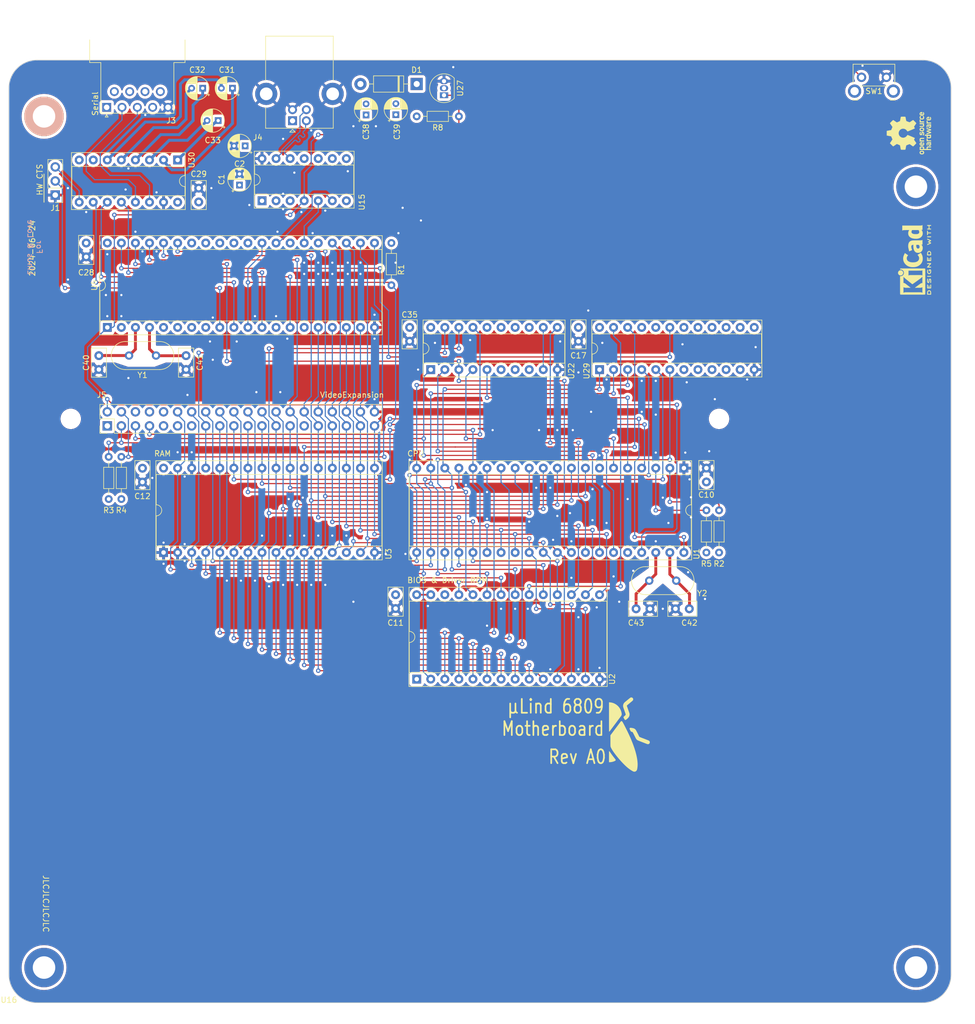
<source format=kicad_pcb>
(kicad_pcb (version 20240108) (generator "pcbnew") (generator_version "8.0")
  (layers (0 "F.Cu" signal) (1 "In1.Cu" power) (2 "In2.Cu" power) (31 "B.Cu" signal) (34 "B.Paste" user) (35 "F.Paste" user) (36 "B.SilkS" user "B.Silkscreen") (37 "F.SilkS" user "F.Silkscreen") (38 "B.Mask" user) (39 "F.Mask" user) (44 "Edge.Cuts" user))
  (net 0 "")
  (net 1 "GND")
  (net 2 "VBUS")
  (net 5 "VCC")
  (net 10 "/D6")
  (net 11 "/Address-Logic/BA")
  (net 12 "/Expansion Ports/~{BREQ}")
  (net 13 "/Expansion Ports/~{RST}")
  (net 14 "/Expansion Ports/BAVAIL")
  (net 15 "/Address-Logic/BS")
  (net 16 "/D2")
  (net 17 "/CPU_MEM/MRDY")
  (net 20 "/CPU_MEM/~{NMI}")
  (net 21 "/CPU_MEM/~{IRQ}")
  (net 22 "/CPU_MEM/~{FIRQ}")
  (net 23 "/D0")
  (net 24 "/D3")
  (net 25 "Net-(U15-VUSB)")
  (net 26 "/D1")
  (net 27 "/D7")
  (net 28 "/Address-Logic/Q")
  (net 29 "Net-(U4-X1)")
  (net 30 "/Address-Logic/R{slash}~{W}")
  (net 31 "/D4")
  (net 32 "/D5")
  (net 33 "/Address-Logic/~{ROM_EN}")
  (net 34 "/Address-Logic/~{RAM_EN}")
  (net 38 "Net-(U30-R2IN)")
  (net 39 "Net-(U30-T2OUT)")
  (net 55 "/Address-Logic/~{SER_EN}")
  (net 57 "Net-(U4-X2)")
  (net 62 "Net-(U15-URx)")
  (net 63 "Net-(U15-UTx)")
  (net 67 "Net-(U30-VS+)")
  (net 68 "Net-(U30-VS-)")
  (net 69 "Net-(U30-C2+)")
  (net 70 "Net-(U30-C2-)")
  (net 71 "Net-(U30-C1+)")
  (net 72 "Net-(U30-C1-)")
  (net 73 "Net-(U30-T1OUT)")
  (net 74 "Net-(U30-R1IN)")
  (net 75 "Net-(J1-Pin_2)")
  (net 76 "Net-(U30-T2IN)")
  (net 77 "Net-(J1-Pin_3)")
  (net 78 "Net-(U30-T1IN)")
  (net 79 "Net-(U30-R1OUT)")
  (net 86 "/Expansion Ports/E")
  (net 93 "~{RD}'")
  (net 97 "Net-(U1-XTAL)")
  (net 98 "Net-(U1-EXTAL)")
  (net 99 "/Expansion Ports/~{RD}")
  (net 100 "/A1")
  (net 101 "/A3")
  (net 102 "/A6")
  (net 103 "/A12")
  (net 104 "/A15")
  (net 105 "/A14")
  (net 106 "/A13")
  (net 107 "/A7")
  (net 108 "/A5")
  (net 109 "/A0")
  (net 110 "/A8")
  (net 111 "/A10")
  (net 112 "/A2")
  (net 113 "/A4")
  (net 114 "/A11")
  (net 115 "/A9")
  (net 116 "/Expansion Ports/~{WR}")
  (net 117 "/Serial-Parallel/D-")
  (net 118 "/Serial-Parallel/D+")
  (net 122 "/CPU_MEM/~{HALT}")
  (footprint "Resistor_THT:R_Axial_DIN0204_L3.6mm_D1.6mm_P7.62mm_Horizontal" (layer "F.Cu") (at 167.406 173.99 -90)
    (property "Reference" "R5")
    (property "Value" "4k7" (hide yes))
  )
  (footprint "Capacitor_THT:C_Disc_D5.0mm_W2.5mm_P2.50mm" (layer "F.Cu") (at 167.406 168.87 90)
    (property "Reference" "C10")
    (property "Value" "C" (hide yes))
  )
  (footprint "Capacitor_THT:C_Disc_D5.0mm_W2.5mm_P2.50mm" (layer "F.Cu") (at 113.812 140.97 -90)
    (property "Reference" "C35")
    (property "Value" "C" (hide yes))
  )
  (footprint "Connector_PinHeader_2.54mm:PinHeader_1x03_P2.54mm_Vertical" (layer "F.Cu") (at 49.804 117.079 180)
    (property "Reference" "J1")
    (property "Value" "HW CTS")
  )
  (footprint "fly_E_14mm" (layer "F.Cu") (at 153.436 214.63)
    (property "Reference" "G***" (hide yes))
    (property "Value" "LOGO" (hide yes))
  )
  (footprint "Capacitor_THT:C_Disc_D5.0mm_W2.5mm_P2.50mm" (layer "F.Cu") (at 144.292 140.97 -90)
    (property "Reference" "C17")
    (property "Value" "C")
  )
  (footprint "Connector_USB:USB_B_Lumberg_2411_02_Horizontal" (layer "F.Cu") (at 92.654 103.666 90)
    (property "Reference" "J4")
    (property "Value" "Console")
  )
  (footprint "Resistor_THT:R_Axial_DIN0204_L3.6mm_D1.6mm_P7.62mm_Horizontal" (layer "F.Cu") (at 115.082 102.87)
    (property "Reference" "R8")
    (property "Value" "4k7" (hide yes))
  )
  (footprint "MountingHole:MountingHole_3.2mm_M3_ISO7380" (layer "F.Cu") (at 52.598 157.48)
    (property "Reference" "H6" (hide yes))
    (property "Value" "MountingHole" (hide yes))
  )
  (footprint "Capacitor_THT:C_Disc_D5.0mm_W2.5mm_P2.50mm" (layer "F.Cu") (at 164.318 191.77 180)
    (property "Reference" "C42")
    (property "Value" "24pF" (hide yes))
  )
  (footprint "Connector_Dsub:DSUB-9_Female_Horizontal_P2.77x2.84mm_EdgePinOffset9.40mm" (layer "F.Cu") (at 59.087 101.236331 180)
    (property "Reference" "J3")
    (property "Value" "Serial")
  )
  (footprint "Capacitor_THT:C_Disc_D5.0mm_W2.5mm_P2.50mm" (layer "F.Cu") (at 111.272 189.23 -90)
    (property "Reference" "C11")
    (property "Value" "C")
  )
  (footprint "Capacitor_THT:CP_Radial_D4.0mm_P2.00mm" (layer "F.Cu") (at 83.078 115.2726 90)
    (property "Reference" "C1")
    (property "Value" "1u")
  )
  (footprint "Capacitor_THT:CP_Radial_D4.0mm_P2.00mm" (layer "F.Cu") (at 105.938 102.616 90)
    (property "Reference" "C38")
    (property "Value" "100µF" (hide yes))
  )
  (footprint "Capacitor_THT:C_Disc_D5.0mm_W2.5mm_P2.50mm" (layer "F.Cu") (at 65.552 166.39 -90)
    (property "Reference" "C12")
    (property "Value" "C" (hide yes))
  )
  (footprint "MountingHole:MountingHole_3.2mm_M3_ISO7380" (layer "F.Cu") (at 169.692 157.48)
    (property "Reference" "H8" (hide yes))
    (property "Value" "MountingHole" (hide yes))
  )
  (footprint "Package_DIP:DIP-16_W7.62mm_Socket" (layer "F.Cu") (at 71.902 110.744 -90)
    (property "Reference" "U30")
    (property "Value" "MAX232")
  )
  (footprint "Package_DIP:DIP-40_W15.24mm_Socket" (layer "F.Cu") (at 59.202 140.97 90)
    (property "Reference" "U4")
    (property "Value" "~")
  )
  (footprint "Resistor_THT:R_Axial_DIN0204_L3.6mm_D1.6mm_P7.62mm_Horizontal" (layer "F.Cu") (at 110.51 133.35 90)
    (property "Reference" "R1")
    (property "Value" "4k7" (hide yes))
  )
  (footprint "motherboard:mITX" (layer "F.Cu") (at 41.422 262.89)
    (property "Reference" "U16")
    (property "Value" "~")
    (fp_line (start 0 -165.1) (end 0 -5.08) (stroke (width 0.12)) (layer "Edge.Cuts"))
    (fp_line (start 5.08 0) (end 165.1 0) (stroke (width 0.12)) (layer "Edge.Cuts"))
    (fp_line (start 165.1 -170.18) (end 5.08 -170.18) (stroke (width 0.12)) (layer "Edge.Cuts"))
    (fp_line (start 170.18 -5.08) (end 170.18 -165.1) (stroke (width 0.12)) (layer "Edge.Cuts"))
    (fp_arc (start 0 -165.1) (mid 1.487898 -168.692102) (end 5.08 -170.18) (stroke (width 0.12)) (layer "Edge.Cuts"))
    (fp_arc (start 5.08 0) (mid 1.487898 -1.487898) (end 0 -5.08) (stroke (width 0.12)) (layer "Edge.Cuts"))
    (fp_arc (start 165.1 -170.18) (mid 168.692102 -168.692102) (end 170.18 -165.1) (stroke (width 0.12)) (layer "Edge.Cuts"))
    (fp_arc (start 170.18 -5.08) (mid 168.692102 -1.487898) (end 165.1 0) (stroke (width 0.12)) (layer "Edge.Cuts"))
  )
  (footprint "Capacitor_THT:C_Disc_D5.0mm_W2.5mm_P2.50mm" (layer "F.Cu") (at 55.392 125.73 -90)
    (property "Reference" "C28")
    (property "Value" "C")
  )
  (footprint "Resistor_THT:R_Axial_DIN0204_L3.6mm_D1.6mm_P7.62mm_Horizontal" (layer "F.Cu") (at 169.692 173.99 -90)
    (property "Reference" "R2")
    (property "Value" "4k7" (hide yes))
  )
  (footprint "Package_DIP:DIP-40_W15.24mm_Socket" (layer "F.Cu") (at 163.342 166.37 -90)
    (property "Reference" "U1")
    (property "Value" "MC6809")
  )
  (footprint "Capacitor_THT:C_Disc_D5.0mm_W2.5mm_P2.50mm" (layer "F.Cu") (at 154.706 191.77)
    (property "Reference" "C43")
    (property "Value" "24pF" (hide yes))
  )
  (footprint "Capacitor_THT:C_Disc_D5.0mm_W2.5mm_P2.50mm" (layer "F.Cu") (at 75.712 118.324 90)
    (property "Reference" "C29")
    (property "Value" "C" (hide yes))
  )
  (footprint "Capacitor_THT:CP_Radial_D4.0mm_P2.00mm" (layer "F.Cu") (at 76.4306 97.79 180)
    (property "Reference" "C32")
    (property "Value" "1u" (hide yes))
  )
  (footprint "Capacitor_THT:CP_Radial_D4.0mm_P2.00mm" (layer "F.Cu") (at 111.3174 102.5726 90)
    (property "Reference" "C39")
    (property "Value" "10µF" (hide yes))
  )
  (footprint "Symbol:OSHW-Logo_7.5x8mm_SilkScreen" (layer "F.Cu") (at 203.982 105.918 90)
    (property "Reference" "REF**" (hide yes))
    (property "Value" "OSHW-Logo_7.5x8mm_SilkScreen" (hide yes))
  )
  (footprint "Package_TO_SOT_THT:TO-92_Inline" (layer "F.Cu") (at 120.014 99.06 90)
    (property "Reference" "U27")
    (property "Value" "DS1813" (hide yes))
  )
  (footprint "Package_DIP:DIP-32_W15.24mm_Socket" (layer "F.Cu") (at 69.362 181.61 90)
    (property "Reference" "U3")
    (property "Value" "AS6C4008")
  )
  (footprint "Package_DIP:DIP-20_W7.62mm_Socket" (layer "F.Cu") (at 117.622 148.59 90)
    (property "Reference" "U22")
    (property "Value" "GAL16V8")
  )
  (footprint "Package_DIP:DIP-14_W7.62mm_Socket" (layer "F.Cu") (at 87.142 118.11 90)
    (property "Reference" "U15")
    (property "Value" "MCP2221A")
  )
  (footprint "Crystal:Crystal_HC49-U_Vertical" (layer "F.Cu") (at 157.082 186.69)
    (property "Reference" "Y2")
    (property "Value" "Crystal" (hide yes))
  )
  (footprint "Capacitor_THT:CP_Radial_D4.0mm_P2.00mm" (layer "F.Cu") (at 79.2246 103.632 180)
    (property "Reference" "C33")
    (property "Value" "1u" (hide yes))
  )
  (footprint "Symbol:KiCad-Logo2_5mm_SilkScreen" (layer "F.Cu") (at 204.998 128.778 90)
    (property "Reference" "REF**" (hide yes))
    (property "Value" "KiCad-Logo2_5mm_SilkScreen" (hide yes))
  )
  (footprint "Capacitor_THT:CP_Radial_D4.0mm_P2.00mm" (layer "F.Cu") (at 84.094 108.204 180)
    (property "Reference" "C2")
    (property "Value" "1u")
  )
  (footprint "Diode_THT:D_DO-41_SOD81_P10.16mm_Horizontal" (layer "F.Cu") (at 115.082 97.028 180)
    (property "Reference" "D1")
    (property "Value" "1N4007" (hide yes))
  )
  (footprint "Capacitor_THT:C_Disc_D5.0mm_W2.5mm_P2.50mm" (layer "F.Cu") (at 73.426 146.07 -90)
    (property "Reference" "C41")
    (property "Value" "43pF" (hide yes))
  )
  (footprint "Capacitor_THT:C_Disc_D5.0mm_W2.5mm_P2.50mm" (layer "F.Cu") (at 57.678 146.07 -90)
    (property "Reference" "C40")
    (property "Value" "43pF" (hide yes))
  )
  (footprint "Connector_PinHeader_2.54mm:PinHeader_2x20_P2.54mm_Vertical" (layer "F.Cu") (at 59.202 158.75 90)
    (property "Reference" "J5")
    (property "Value" "VideoExpansion")
  )
  (footprint "Resistor_THT:R_Axial_DIN0204_L3.6mm_D1.6mm_P7.62mm_Horizontal" (layer "F.Cu") (at 61.742 164.338 -90)
    (property "Reference" "R4")
    (property "Value" "4k7" (hide yes))
  )
  (footprint "Capacitor_THT:CP_Radial_D4.0mm_P2.00mm" (layer "F.Cu") (at 81.808 97.79 180)
    (property "Reference" "C31")
    (property "Value" "1u" (hide yes))
  )
  (footprint "Crystal:Crystal_HC49-U_Vertical" (layer "F.Cu") (at 68.002 146.05 180)
    (property "Reference" "Y1")
    (property "Value" "Crystal" (hide yes))
  )
  (footprint "Resistor_THT:R_Axial_DIN0204_L3.6mm_D1.6mm_P7.62mm_Horizontal" (layer "F.Cu") (at 59.456 164.338 -90)
    (property "Reference" "R3")
    (property "Value" "4k7" (hide yes))
  )
  (footprint "Package_DIP:DIP-28_W15.24mm_Socket" (layer "F.Cu") (at 115.082 204.47 90)
    (property "Reference" "U2")
    (property "Value" "28C64")
  )
  (footprint "Package_DIP:DIP-24_W7.62mm_Socket" (layer "F.Cu") (at 148.102 148.59 90)
    (property "Reference" "U29")
    (property "Value" "GAL 22V10")
  )
  (footprint "Button_Switch_THT:SW_SPST_Omron_B3F-315x_Angled" (layer "F.Cu") (at 195.418 95.817)
    (property "Reference" "SW1")
    (property "Value" "Reset")
  )
  (gr_line (start 47.772 118.364) (end 47.772 113.284) (stroke (width 0.15)) (layer "F.SilkS"))
  (gr_text "For\nLinus & Love" (at 44.724 126.492 -90) (layer "B.SilkS") (effects (font (size 1 1)) (justify bottom mirror)))
  (gr_text "CPU\n" (at 113.304 164.338 0) (layer "F.SilkS") (effects (font (size 1 1)) (justify left bottom)))
  (gr_text "2024-06-24" (at 46.248 131.826 90) (layer "F.SilkS") (effects (font (size 1 1)) (justify left bottom)))
  (gr_text "Rev A0" (at 138.704 219.964 0) (layer "F.SilkS") (effects (font (size 2.5 2) (thickness 0.3) (bold yes)) (justify left bottom)))
  (gr_text "BIOS & Driver ROM" (at 113.304 187.198 0) (layer "F.SilkS") (effects (font (size 1 1)) (justify left bottom)))
  (gr_text "JLCJLCJLCJLC" (at 47.518 239.776 270) (layer "F.SilkS") (effects (font (size 1 1)) (justify left bottom)))
  (gr_text "µLind 6809\nMotherboard" (at 149.118 214.884 0) (layer "F.SilkS") (effects (font (size 2.5 2) (thickness 0.3)) (justify right bottom)))
  (gr_text "RAM" (at 67.584 164.338 0) (layer "F.SilkS") (effects (font (size 1 1)) (justify left bottom)))
  (via (at 99.842 129.286) (size 0.8) (drill 0.4) (layers "F.Cu" "B.Cu") (net 1))
  (via (at 107.462 143.002) (size 0.8) (drill 0.4) (layers "F.Cu" "B.Cu") (net 1))
  (via (at 167.152 189.992) (size 0.8) (drill 0.4) (layers "F.Cu" "B.Cu") (net 1))
  (via (at 159.532 171.704) (size 0.8) (drill 0.4) (layers "F.Cu" "B.Cu") (net 1))
  (via (at 151.658 190.5) (size 0.8) (drill 0.4) (layers "F.Cu" "B.Cu") (net 1))
  (via (at 111.272 129.286) (size 0.8) (drill 0.4) (layers "F.Cu" "B.Cu") (net 1))
  (via (at 97.302 129.286) (size 0.8) (drill 0.4) (layers "F.Cu" "B.Cu") (net 1))
  (via (at 160.548 176.276) (size 0.8) (drill 0.4) (layers "F.Cu" "B.Cu") (net 1))
  (via (at 94.762 129.286) (size 0.8) (drill 0.4) (layers "F.Cu" "B.Cu") (net 1))
  (via (at 88.412 187.706) (size 0.8) (drill 0.4) (layers "F.Cu" "B.Cu") (net 1))
  (via (at 83.332 186.69) (size 0.8) (drill 0.4) (layers "F.Cu" "B.Cu") (net 1))
  (via (at 73.172 167.894) (size 0.8) (drill 0.4) (layers "F.Cu" "B.Cu") (net 1))
  (via (at 94.508 171.704) (size 0.8) (drill 0.4) (layers "F.Cu" "B.Cu") (net 1))
  (via (at 154.198 184.912) (size 0.8) (drill 0.4) (layers "F.Cu" "B.Cu") (net 1))
  (via (at 113.05 181.864) (size 0.8) (drill 0.4) (layers "F.Cu" "B.Cu") (net 1))
  (via (at 139.72 179.324) (size 0.8) (drill 0.4) (layers "F.Cu" "B.Cu") (net 1))
  (via (at 98.572 119.888) (size 0.8) (drill 0.4) (layers "F.Cu" "B.Cu") (net 1))
  (via (at 168.93 153.924) (size 0.8) (drill 0.4) (layers "F.Cu" "B.Cu") (net 1))
  (via (at 73.172 183.134) (size 0.8) (drill 0.4) (layers "F.Cu" "B.Cu") (net 1))
  (via (at 104.922 129.286) (size 0.8) (drill 0.4) (layers "F.Cu" "B.Cu") (net 1))
  (via (at 135.402 176.022) (size 0.8) (drill 0.4) (layers "F.Cu" "B.Cu") (net 1))
  (via (at 158.262 150.622) (size 0.8) (drill 0.4) (layers "F.Cu" "B.Cu") (net 1))
  (via (at 136.672 169.926) (size 0.8) (drill 0.4) (layers "F.Cu" "B.Cu") (net 1))
  (via (at 132.862 191.77) (size 0.8) (drill 0.4) (layers "F.Cu" "B.Cu") (net 1))
  (via (at 77.744 143.51) (size 0.8) (drill 0.4) (layers "F.Cu" "B.Cu") (net 1))
  (via (at 69.362 179.832) (size 0.8) (drill 0.4) (layers "F.Cu" "B.Cu") (net 1))
  (via (at 139.212 202.692) (size 0.8) (drill 0.4) (layers "F.Cu" "B.Cu") (net 1))
  (via (at 163.088 144.018) (size 0.8) (drill 0.4) (layers "F.Cu" "B.Cu") (net 1))
  (via (at 74.442 163.5064) (size 0.8) (drill 0.4) (layers "F.Cu" "B.Cu") (net 1))
  (via (at 85.872 186.69) (size 0.8) (drill 0.4) (layers "F.Cu" "B.Cu") (net 1))
  (via (at 94.762 178.562) (size 0.8) (drill 0.4) (layers "F.Cu" "B.Cu") (net 1))
  (via (at 94.254 120.142) (size 0.8) (drill 0.4) (layers "F.Cu" "B.Cu") (net 1))
  (via (at 127.782 175.514) (size 0.8) (drill 0.4) (layers "F.Cu" "B.Cu") (net 1))
  (via (at 92.222 178.562) (size 0.8) (drill 0.4) (layers "F.Cu" "B.Cu") (net 1))
  (via (at 123.972 169.418) (size 0.8) (drill 0.4) (layers "F.Cu" "B.Cu") (net 1))
  (via (at 94.762 131.318) (size 0.8) (drill 0.4) (layers "F.Cu" "B.Cu") (net 1))
  (via (at 63.012 150.114) (size 0.8) (drill 0.4) (layers "F.Cu" "B.Cu") (net 1))
  (via (at 148.61 169.672) (size 0.8) (drill 0.4) (layers "F.Cu" "B.Cu") (net 1))
  (via (at 82.57 143.51) (size 0.8) (drill 0.4) (layers "F.Cu" "B.Cu") (net 1))
  (via (at 159.532 191.77) (size 0.8) (drill 0.4) (layers "F.Cu" "B.Cu") (net 1))
  (via (at 62.504 116.078) (size 0.8) (drill 0.4) (layers "F.Cu" "B.Cu") (net 1))
  (via (at 167.914 163.322) (size 0.8) (drill 0.4) (layers "F.Cu" "B.Cu") (net 1))
  (via (at 150.642 185.928) (size 0.8) (drill 0.4) (layers "F.Cu" "B.Cu") (net 1))
  (via (at 89.936 123.698) (size 0.8) (drill 0.4) (layers "F.Cu" "B.Cu") (net 1))
  (via (at 52.09 115.824) (size 0.8) (drill 0.4) (layers "F.Cu" "B.Cu") (net 1))
  (via (at 99.842 131.318) (size 0.8) (drill 0.4) (layers "F.Cu" "B.Cu") (net 1))
  (via (at 148.102 164.084) (size 0.8) (drill 0.4) (layers "F.Cu" "B.Cu") (net 1))
  (via (at 102.636 131.318) (size 0.8) (drill 0.4) (layers "F.Cu" "B.Cu") (net 1))
  (via (at 90.952 106.934) (size 0.8) (drill 0.4) (layers "F.Cu" "B.Cu") (net 1))
  (via (at 92.984 113.03) (size 0.8) (drill 0.4) (layers "F.Cu" "B.Cu") (net 1))
  (via (at 118.384 143.764) (size 0.8) (drill 0.4) (layers "F.Cu" "B.Cu") (net 1))
  (via (at 155.722 150.622) (size 0.8) (drill 0.4) (layers "F.Cu" "B.Cu") (net 1))
  (via (at 96.286 123.952) (size 0.8) (drill 0.4) (layers "F.Cu" "B.Cu") (net 1))
  (via (at 109.494 181.864) (size 0.8) (drill 0.4) (layers "F.Cu" "B.Cu") (net 1))
  (via (at 174.772 150.368) (size 0.8) (drill 0.4) (layers "F.Cu" "B.Cu") (net 1))
  (via (at 195.6 93.726) (size 0.8) (drill 0.4) (layers "F.Cu" "B.Cu") (net 1))
  (via (at 102.636 129.286) (size 0.8) (drill 0.4) (layers "F.Cu" "B.Cu") (net 1))
  (via (at 59.202 127.762) (size 0.8) (drill 0.4) (layers "F.Cu" "B.Cu") (net 1))
  (via (at 144.292 149.098) (size 0.8) (drill 0.4) (layers "F.Cu" "B.Cu") (net 1))
  (via (at 140.482 175.006) (size 0.8) (drill 0.4) (layers "F.Cu" "B.Cu") (net 1))
  (via (at 115.336 148.59) (size 0.8) (drill 0.4) (layers "F.Cu" "B.Cu") (net 1))
  (via (at 78.252 146.812) (size 0.8) (drill 0.4) (layers "F.Cu" "B.Cu") (net 1))
  (via (at 107.462 138.684) (size 0.8) (drill 0.4) (layers "F.Cu" "B.Cu") (net 1))
  (via (at 65.552 127.254) (size 0.8) (drill 0.4) (layers "F.Cu" "B.Cu") (net 1))
  (via (at 104.922 131.318) (size 0.8) (drill 0.4) (layers "F.Cu" "B.Cu") (net 1))
  (via (at 149.372 176.276) (size 0.8) (drill 0.4) (layers "F.Cu" "B.Cu") (net 1))
  (via (at 158.262 156.718) (size 0.8) (drill 0.4) (layers "F.Cu" "B.Cu") (net 1))
  (via (at 147.594 191.516) (size 0.8) (drill 0.4) (layers "F.Cu" "B.Cu") (net 1))
  (via (at 146.832 175.768) (size 0.8) (drill 0.4) (layers "F.Cu" "B.Cu") (net 1))
  (via (at 140.482 159.512) (size 0.8) (drill 0.4) (layers "F.Cu" "B.Cu") (net 1))
  (via (at 90.952 116.84) (size 0.8) (drill 0.4) (layers "F.Cu" "B.Cu") (net 1))
  (via (at 107.462 153.924) (size 0.8) (drill 0.4) (layers "F.Cu" "B.Cu") (net 1))
  (via (at 103.652 190.5) (size 0.8) (drill 0.4) (layers "F.Cu" "B.Cu") (net 1))
  (via (at 164.612 175.26) (size 0.8) (drill 0.4) (layers "F.Cu" "B.Cu") (net 1))
  (via (at 97.302 131.318) (size 0.8) (drill 0.4) (layers "F.Cu" "B.Cu") (net 1))
  (via (at 89.682 138.938) (size 0.8) (drill 0.4) (layers "F.Cu" "B.Cu") (net 1))
  (via (at 103.652 104.648) (size 0.8) (drill 0.4) (layers "F.Cu" "B.Cu") (net 1))
  (via (at 163.85 150.876) (size 0.8) (drill 0.4) (layers "F.Cu" "B.Cu") (net 1))
  (via (at 96.032 105.41) (size 0.8) (drill 0.4) (layers "F.Cu" "B.Cu") (net 1))
  (via (at 164.358 168.402) (size 0.8) (drill 0.4) (layers "F.Cu" "B.Cu") (net 1))
  (via (at 142.768 174.498) (size 0.8) (drill 0.4) (layers "F.Cu" "B.Cu") (net 1))
  (via (at 158.262 163.576) (size 0.8) (drill 0.4) (layers "F.Cu" "B.Cu") (net 1))
  (via (at 97.302 178.562) (size 0.8) (drill 0.4) (layers "F.Cu" "B.Cu") (net 1))
  (via (at 91.968 171.958) (size 0.8) (drill 0.4) (layers "F.Cu" "B.Cu") (net 1))
  (via (at 117.114 191.262) (size 0.8) (drill 0.4) (layers "F.Cu" "B.Cu") (net 1))
  (via (at 73.172 180.086) (size 0.8) (drill 0.4) (layers "F.Cu" "B.Cu") (net 1))
  (via (at 121.686 93.98) (size 0.8) (drill 0.4) (layers "F.Cu" "B.Cu") (net 1))
  (via (at 90.444 152.654) (size 0.8) (drill 0.4) (layers "F.Cu" "B.Cu") (net 1))
  (via (at 135.148 191.77) (size 0.8) (drill 0.4) (layers "F.Cu" "B.Cu") (net 1))
  (via (at 146.578 156.21) (size 0.8) (drill 0.4) (layers "F.Cu" "B.Cu") (net 1))
  (via (at 164.104 185.166) (size 0.8) (drill 0.4) (layers "F.Cu" "B.Cu") (net 1))
  (via (at 98.572 187.452) (size 0.8) (drill 0.4) (layers "F.Cu" "B.Cu") (net 1))
  (via (at 80.792 186.69) (size 0.8) (drill 0.4) (layers "F.Cu" "B.Cu") (net 1))
  (via (at 176.296 144.526) (size 0.8) (drill 0.4) (layers "F.Cu" "B.Cu") (net 1))
  (via (at 140.99 143.51) (size 0.8) (drill 0.4) (layers "F.Cu" "B.Cu") (net 1))
  (via (at 66.06 102.616) (size 0.8) (drill 0.4) (layers "F.Cu" "B.Cu") (net 1))
  (via (at 93.492 187.452) (size 0.8) (drill 0.4) (layers "F.Cu" "B.Cu") (net 1))
  (via (at 130.322 191.77) (size 0.8) (drill 0.4) (layers "F.Cu" "B.Cu") (net 1))
  (via (at 69.362 183.642) (size 0.8) (drill 0.4) (layers "F.Cu" "B.Cu") (net 1))
  (via (at 59.202 138.938) (size 0.8) (drill 0.4) (layers "F.Cu" "B.Cu") (net 1))
  (via (at 90.952 187.452) (size 0.8) (drill 0.4) (layers "F.Cu" "B.Cu") (net 1))
  (via (at 90.952 119.634) (size 0.8) (drill 0.4) (layers "F.Cu" "B.Cu") (net 1))
  (via (at 127.782 170.688) (size 0.8) (drill 0.4) (layers "F.Cu" "B.Cu") (net 1))
  (via (at 102.636 112.776) (size 0.8) (drill 0.4) (layers "F.Cu" "B.Cu") (net 1))
  (via (at 143.022 186.182) (size 0.8) (drill 0.4) (layers "F.Cu" "B.Cu") (net 1))
  (via (at 139.212 169.926) (size 0.8) (drill 0.4) (layers "F.Cu" "B.Cu") (net 1))
  (via (at 102.382 178.562) (size 0.8) (drill 0.4) (layers "F.Cu" "B.Cu") (net 1))
  (via (at 144.292 193.294) (size 0.8) (drill 0.4) (layers "F.Cu" "B.Cu") (net 1))
  (via (at 155.722 156.21) (size 0.8) (drill 0.4) (layers "F.Cu" "B.Cu") (net 1))
  (via (at 149.372 150.368) (size 0.8) (drill 0.4) (layers "F.Cu" "B.Cu") (net 1))
  (via (at 113.812 164.846) (size 0.8) (drill 0.4) (layers "F.Cu" "B.Cu") (net 1))
  (via (at 58.948 135.128) (size 0.8) (drill 0.4) (layers "F.Cu" "B.Cu") (net 1))
  (via (at 73.68 153.162) (size 0.8) (drill 0.4) (layers "F.Cu" "B.Cu") (net 1))
  (via (at 68.092 116.586) (size 0.8) (drill 0.4) (layers "F.Cu" "B.Cu") (net 1))
  (via (at 63.012 112.268) (size 0.8) (drill 0.4) (layers "F.Cu" "B.Cu") (net 1))
  (via (at 150.642 159.512) (size 0.8) (drill 0.4) (layers "F.Cu" "B.Cu") (net 1))
  (via (at 148.102 202.438) (size 0.8) (drill 0.4) (layers "F.Cu" "B.Cu") (net 1))
  (via (at 112.542 119.38) (size 0.8) (drill 0.4) (layers "F.Cu" "B.Cu") (net 1))
  (via (at 84.856 118.872) (size 0.8) (drill 0.4) (layers "F.Cu" "B.Cu") (net 1))
  (via (at 77.998 115.824) (size 0.8) (drill 0.4) (layers "F.Cu" "B.Cu") (net 1))
  (via (at 115.844 121.666) (size 0.8) (drill 0.4) (layers "F.Cu" "B.Cu") (net 1))
  (via (at 163.596 163.576) (size 0.8) (drill 0.4) (layers "F.Cu" "B.Cu") (net 1))
  (via (at 86.126 152.654) (size 0.8) (drill 0.4) (layers "F.Cu" "B.Cu") (net 1))
  (via (at 111.78 123.952) (size 0.8) (drill 0.4) (layers "F.Cu" "B.Cu") (net 1))
  (via (at 91.714 143.002) (size 0.8) (drill 0.4) (layers "F.Cu" "B.Cu") (net 1))
  (via (at 128.798 159.512) (size 0.8) (drill 0.4) (layers "F.Cu" "B.Cu") (net 1))
  (via (at 127.782 194.818) (size 0.8) (drill 0.4) (layers "F.Cu" "B.Cu") (net 1))
  (via (at 99.842 178.562) (size 0.8) (drill 0.4) (layers "F.Cu" "B.Cu") (net 1))
  (via (at 64.282 123.698) (size 0.8) (drill 0.4) (layers "F.Cu" "B.Cu") (net 1))
  (via (at 55.392 120.142) (size 0.8) (drill 0.4) (layers "F.Cu" "B.Cu") (net 1))
  (via (at 78.252 139.192) (size 0.8) (drill 0.4) (layers "F.Cu" "B.Cu") (net 1))
  (via (at 164.612 171.6344) (size 0.8) (drill 0.4) (layers "F.Cu" "B.Cu") (net 1))
  (via (at 52.09 132.334) (size 0.8) (drill 0.4) (layers "F.Cu" "B.Cu") (net 1))
  (via (at 143.276 159.512) (size 0.8) (drill 0.4) (layers "F.Cu" "B.Cu") (net 1))
  (via (at 124.734 143.256) (size 0.8) (drill 0.4) (layers "F.Cu" "B.Cu") (net 1))
  (via (at 61.742 138.938) (size 0.8) (drill 0.4) (layers "F.Cu" "B.Cu") (net 1))
  (via (at 146.832 170.18) (size 0.8) (drill 0.4) (layers "F.Cu" "B.Cu") (net 1))
  (via (at 61.742 135.128) (size 0.8) (drill 0.4) (layers "F.Cu" "B.Cu") (net 1))
  (via (at 87.142 178.562) (size 0.8) (drill 0.4) (layers "F.Cu" "B.Cu") (net 1))
  (via (at 71.902 163.5064) (size 0.8) (drill 0.4) (layers "F.Cu" "B.Cu") (net 1))
  (via (at 146.07 137.922) (size 0.8) (drill 0.4) (layers "F.Cu" "B.Cu") (net 1))
  (via (at 107.716 104.648) (size 0.8) (drill 0.4) (layers "F.Cu" "B.Cu") (net 1))
  (via (at 143.022 179.578) (size 0.8) (drill 0.4) (layers "F.Cu" "B.Cu") (net 1))
  (via (at 158.262 179.578) (size 0.8) (drill 0.4) (layers "F.Cu" "B.Cu") (net 1))
  (via (at 67.33 168.148) (size 0.8) (drill 0.4) (layers "F.Cu" "B.Cu") (net 1))
  (via (at 96.032 187.452) (size 0.8) (drill 0.4) (layers "F.Cu" "B.Cu") (net 1))
  (via (at 68.092 127.254) (size 0.8) (drill 0.4) (layers "F.Cu" "B.Cu") (net 1))
  (via (at 137.18 159.512) (size 0.8) (drill 0.4) (layers "F.Cu" "B.Cu") (net 1))
  (via (at 148.61 143.764) (size 0.8) (drill 0.4) (layers "F.Cu" "B.Cu") (net 1))
  (via (at 85.872 138.938) (size 0.8) (drill 0.4) (layers "F.Cu" "B.Cu") (net 1))
  (via (at 153.182 171.958) (size 0.8) (drill 0.4) (layers "F.Cu" "B.Cu") (net 1))
  (via (at 144.292 202.692) (size 0.8) (drill 0.4) (layers "F.Cu" "B.Cu") (net 1))
  (segment (start 117.622 189.23) (end 115.082 189.23) (width 0.3048) (layer "F.Cu") (net 5))
  (segment (start 99.9116 176.022) (end 99.842 176.0916) (width 0.2032) (layer "F.Cu") (net 10))
  (segment (start 125.242 183.134) (end 140.482 183.134) (width 0.2032) (layer "F.Cu") (net 10))
  (segment (start 125.242 176.021992) (end 125.241992 176.022) (width 0.2032) (layer "F.Cu") (net 10))
  (segment (start 125.241992 176.022) (end 99.9116 176.022) (width 0.2032) (layer "F.Cu") (net 10))
  (via (at 125.242 176.021992) (size 0.8) (drill 0.4) (layers "F.Cu" "B.Cu") (net 10))
  (via (at 99.842 176.0916) (size 0.8) (drill 0.4) (layers "F.Cu" "B.Cu") (net 10))
  (via (at 125.242 183.134) (size 0.8) (drill 0.4) (layers "F.Cu" "B.Cu") (net 10))
  (via (at 140.482 183.134) (size 0.8) (drill 0.4) (layers "F.Cu" "B.Cu") (net 10))
  (segment (start 98.572 156.972) (end 98.572 154.686) (width 0.2032) (layer "B.Cu") (net 10))
  (segment (start 140.482 185.928) (end 140.482 183.134) (width 0.2032) (layer "B.Cu") (net 10))
  (segment (start 99.842 158.242) (end 98.572 156.972) (width 0.2032) (layer "B.Cu") (net 10))
  (segment (start 99.842 166.37) (end 99.842 176.0916) (width 0.2032) (layer "B.Cu") (net 10))
  (segment (start 99.842 158.75) (end 99.842 166.37) (width 0.2032) (layer "B.Cu") (net 10))
  (segment (start 125.242 181.356) (end 125.242 176.021992) (width 0.2032) (layer "B.Cu") (net 10))
  (segment (start 99.842 153.416) (end 99.842 140.97) (width 0.2032) (layer "B.Cu") (net 10))
  (segment (start 98.572 154.686) (end 99.842 153.416) (width 0.2032) (layer "B.Cu") (net 10))
  (segment (start 140.482 189.23) (end 140.482 185.928) (width 0.2032) (layer "B.Cu") (net 10))
  (segment (start 125.496 181.61) (end 125.242 181.356) (width 0.2032) (layer "B.Cu") (net 10))
  (segment (start 99.842 158.75) (end 99.842 158.242) (width 0.2032) (layer "B.Cu") (net 10))
  (segment (start 125.242 181.61) (end 125.242 183.134) (width 0.2032) (layer "B.Cu") (net 10))
  (segment (start 150.642 161.036) (end 123.972006 161.036) (width 0.2032) (layer "F.Cu") (net 11))
  (via (at 123.972006 161.036) (size 0.8) (drill 0.4) (layers "F.Cu" "B.Cu") (net 11))
  (via (at 150.642 161.036) (size 0.8) (drill 0.4) (layers "F.Cu" "B.Cu") (net 11))
  (segment (start 125.242 148.59) (end 123.972006 149.859994) (width 0.2032) (layer "B.Cu") (net 11))
  (segment (start 150.642 166.37) (end 150.642 161.036) (width 0.2032) (layer "B.Cu") (net 11))
  (segment (start 123.972006 149.859994) (end 123.972006 161.036) (width 0.2032) (layer "B.Cu") (net 11))
  (segment (start 144.291996 161.798) (end 139.212 161.798) (width 0.2032) (layer "F.Cu") (net 12))
  (segment (start 59.456 161.798) (end 61.742 161.798) (width 0.2032) (layer "F.Cu") (net 12))
  (segment (start 61.742 161.798) (end 139.212 161.798) (width 0.2032) (layer "F.Cu") (net 12))
  (segment (start 144.292 161.797996) (end 144.291996 161.798) (width 0.2032) (layer "F.Cu") (net 12))
  (via (at 144.292 161.797996) (size 0.8) (drill 0.4) (layers "F.Cu" "B.Cu") (net 12))
  (via (at 139.212 161.798) (size 0.8) (drill 0.4) (layers "F.Cu" "B.Cu") (net 12))
  (via (at 61.742 161.798) (size 0.8) (drill 0.4) (layers "F.Cu" "B.Cu") (net 12))
  (via (at 59.456 161.798) (size 0.8) (drill 0.4) (layers "F.Cu" "B.Cu") (net 12))
  (segment (start 145.562 172.72) (end 144.292 171.45) (width 0.2032) (layer "B.Cu") (net 12))
  (segment (start 59.456 164.338) (end 59.456 161.798) (width 0.2032) (layer "B.Cu") (net 12))
  (segment (start 144.292 171.45) (end 144.292 161.797996) (width 0.2032) (layer "B.Cu") (net 12))
  (segment (start 139.212 160.8902) (end 139.212 161.798) (width 0.2032) (layer "B.Cu") (net 12))
  (segment (start 140.482 140.97) (end 139.212 142.24) (width 0.2032) (layer "B.Cu") (net 12))
  (segment (start 145.562 181.61) (end 145.562 172.72) (width 0.2032) (layer "B.Cu") (net 12))
  (segment (start 139.212 142.24) (end 139.212 160.8902) (width 0.2032) (layer "B.Cu") (net 12))
  (segment (start 61.742 158.75) (end 61.742 161.798) (width 0.2032) (layer "B.Cu") (net 12))
  (segment (start 121.178 99.06) (end 122.702 99.06) (width 0.2032) (layer "F.Cu") (net 13))
  (segment (start 194.343 94.742) (end 123.464 94.742) (width 0.2032) (layer "F.Cu") (net 13))
  (segment (start 60.218 154.94) (end 162.072 154.94) (width 0.2032) (layer "F.Cu") (net 13))
  (segment (start 59.202 153.924) (end 60.218 154.94) (width 0.2032) (layer "F.Cu") (net 13))
  (segment (start 195.418 95.817) (end 194.343 94.742) (width 0.2032) (layer "F.Cu") (net 13))
  (segment (start 122.702 105.41) (end 122.702 102.87) (width 0.2032) (layer "F.Cu") (net 13))
  (segment (start 97.302 106.172) (end 121.94 106.172) (width 0.2032) (layer "F.Cu") (net 13))
  (segment (start 120.014 99.06) (end 121.178 99.06) (width 0.2032) (layer "F.Cu") (net 13))
  (segment (start 123.464 94.742) (end 122.702 95.504) (width 0.2032) (layer "F.Cu") (net 13))
  (segment (start 92.222 120.65) (end 60.471988 120.65) (width 0.2032) (layer "F.Cu") (net 13))
  (segment (start 121.94 106.172) (end 122.702 105.41) (width 0.2032) (layer "F.Cu") (net 13))
  (segment (start 122.702 99.06) (end 122.702 102.87) (width 0.2032) (layer "F.Cu") (net 13))
  (segment (start 122.702 95.504) (end 122.702 99.06) (width 0.2032) (layer "F.Cu") (net 13))
  (via (at 97.302 106.172) (size 0.8) (drill 0.4) (layers "F.Cu" "B.Cu") (net 13))
  (via (at 162.072 154.94) (size 0.8) (drill 0.4) (layers "F.Cu" "B.Cu") (net 13))
  (via (at 60.471988 120.65) (size 0.8) (drill 0.4) (layers "F.Cu" "B.Cu") (net 13))
  (via (at 59.202 153.924) (size 0.8) (drill 0.4) (layers "F.Cu" "B.Cu") (net 13))
  (via (at 92.222 120.65) (size 0.8) (drill 0.4) (layers "F.Cu" "B.Cu") (net 13))
  (segment (start 162.072 154.94) (end 162.072 177.292) (width 0.2032) (layer "B.Cu") (net 13))
  (segment (start 94.762 118.11) (end 94.762 113.03) (width 0.2032) (layer "B.Cu") (net 13))
  (segment (start 55.646 150.368) (end 59.202 153.924) (width 0.2032) (layer "B.Cu") (net 13))
  (segment (start 55.646 144.526) (end 55.646 150.368) (width 0.2032) (layer "B.Cu") (net 13))
  (segment (start 162.072 177.292) (end 161.564 177.8) (width 0.2032) (layer "B.Cu") (net 13))
  (segment (start 96.032 107.442) (end 97.302 106.172) (width 0.2032) (layer "B.Cu") (net 13))
  (segment (start 60.2052 140.97) (end 60.471988 140.703212) (width 0.2032) (layer "B.Cu") (net 13))
  (segment (start 59.202 140.97) (end 55.646 144.526) (width 0.2032) (layer "B.Cu") (net 13))
  (segment (start 96.032 111.76) (end 96.032 107.442) (width 0.2032) (layer "B.Cu") (net 13))
  (segment (start 161.564 177.8) (end 156.484 177.8) (width 0.2032) (layer "B.Cu") (net 13))
  (segment (start 59.202 153.924) (end 59.202 156.21) (width 0.2032) (layer "B.Cu") (net 13))
  (segment (start 94.762 118.11) (end 92.222 120.65) (width 0.2032) (layer "B.Cu") (net 13))
  (segment (start 59.202 140.97) (end 60.2052 140.97) (width 0.2032) (layer "B.Cu") (net 13))
  (segment (start 155.722 178.562) (end 155.722 181.356) (width 0.2032) (layer "B.Cu") (net 13))
  (segment (start 94.762 113.03) (end 96.032 111.76) (width 0.2032) (layer "B.Cu") (net 13))
  (segment (start 156.484 177.8) (end 155.722 178.562) (width 0.2032) (layer "B.Cu") (net 13))
  (segment (start 155.722 181.356) (end 155.976 181.61) (width 0.2032) (layer "B.Cu") (net 13))
  (segment (start 60.471988 140.703212) (end 60.471988 120.65) (width 0.2032) (layer "B.Cu") (net 13))
  (segment (start 66.822 160.274) (end 126.512 160.274) (width 0.2032) (layer "F.Cu") (net 14))
  (via (at 126.512 160.274) (size 0.8) (drill 0.4) (layers "F.Cu" "B.Cu") (net 14))
  (via (at 66.822 160.274) (size 0.8) (drill 0.4) (layers "F.Cu" "B.Cu") (net 14))
  (segment (start 126.512 142.24) (end 126.512 160.274) (width 0.2032) (layer "B.Cu") (net 14))
  (segment (start 125.242 140.97) (end 126.512 142.24) (width 0.2032) (layer "B.Cu") (net 14))
  (segment (start 66.822 158.75) (end 66.822 160.274) (width 0.2032) (layer "B.Cu") (net 14))
  (segment (start 127.782 153.67) (end 153.182008 153.67) (width 0.2032) (layer "F.Cu") (net 15))
  (via (at 127.782 153.67) (size 0.8) (drill 0.4) (layers "F.Cu" "B.Cu") (net 15))
  (via (at 153.182008 153.67) (size 0.8) (drill 0.4) (layers "F.Cu" "B.Cu") (net 15))
  (segment (start 153.182 153.670008) (end 153.182008 153.67) (width 0.2032) (layer "B.Cu") (net 15))
  (segment (start 153.182 166.37) (end 153.182 153.670008) (width 0.2032) (layer "B.Cu") (net 15))
  (segment (start 127.782 148.59) (end 127.782 153.67) (width 0.2032) (layer "B.Cu") (net 15))
  (segment (start 135.401992 179.07) (end 106.192 179.07) (width 0.2032) (layer "F.Cu") (net 16))
  (segment (start 135.402 179.069992) (end 135.401992 179.07) (width 0.2032) (layer "F.Cu") (net 16))
  (segment (start 145.562 191.770006) (end 145.562 191.77) (width 0.2032) (layer "F.Cu") (net 16))
  (segment (start 145.562 191.770006) (end 136.672 191.770006) (width 0.2032) (layer "F.Cu") (net 16))
  (via (at 145.562 191.77) (size 0.8) (drill 0.4) (layers "F.Cu" "B.Cu") (net 16))
  (via (at 135.402 179.069992) (size 0.8) (drill 0.4) (layers "F.Cu" "B.Cu") (net 16))
  (via (at 106.192 179.07) (size 0.8) (drill 0.4) (layers "F.Cu" "B.Cu") (net 16))
  (via (at 136.672 191.770006) (size 0.8) (drill 0.4) (layers "F.Cu" "B.Cu") (net 16))
  (segment (start 135.402 179.069992) (end 135.402 181.61) (width 0.2032) (layer "B.Cu") (net 16))
  (segment (start 136.672 191.770006) (end 136.672 182.88) (width 0.2032) (layer "B.Cu") (net 16))
  (segment (start 145.562 191.77) (end 145.562 204.47) (width 0.2032) (layer "B.Cu") (net 16))
  (segment (start 104.922 154.686) (end 106.192 153.416) (width 0.2032) (layer "B.Cu") (net 16))
  (segment (start 136.672 182.88) (end 135.402 181.61) (width 0.2032) (layer "B.Cu") (net 16))
  (segment (start 106.192 180.34) (end 104.922 181.61) (width 0.2032) (layer "B.Cu") (net 16))
  (segment (start 106.192 153.416) (end 106.192 129.54) (width 0.2032) (layer "B.Cu") (net 16))
  (segment (start 104.922 156.21) (end 104.922 156.718) (width 0.2032) (layer "B.Cu") (net 16))
  (segment (start 104.922 156.21) (end 104.922 154.686) (width 0.2032) (layer "B.Cu") (net 16))
  (segment (start 104.922 156.718) (end 106.192 157.988) (width 0.2032) (layer "B.Cu") (net 16))
  (segment (start 104.922 128.27) (end 104.922 125.73) (width 0.2032) (layer "B.Cu") (net 16))
  (segment (start 106.192 157.988) (end 106.192 180.34) (width 0.2032) (layer "B.Cu") (net 16))
  (segment (start 106.192 129.54) (end 104.922 128.27) (width 0.2032) (layer "B.Cu") (net 16))
  (segment (start 169.692 172.974) (end 169.692 173.99) (width 0.2032) (layer "F.Cu") (net 20))
  (segment (start 160.802 172.466) (end 169.184 172.466) (width 0.2032) (layer "F.Cu") (net 20))
  (segment (start 169.184 172.466) (end 169.692 172.974) (width 0.2032) (layer "F.Cu") (net 20))
  (via (at 160.802 172.466) (size 0.8) (drill 0.4) (layers "F.Cu" "B.Cu") (net 20))
  (segment (start 160.802 166.37) (end 160.802 172.466) (width 0.2032) (layer "B.Cu") (net 20))
  (segment (start 167.406 173.99) (end 158.262 173.99) (width 0.2032) (layer "F.Cu") (net 21))
  (via (at 158.262 173.99) (size 0.8) (drill 0.4) (layers "F.Cu" "B.Cu") (net 21))
  (segment (start 158.262 166.37) (end 158.262 173.99) (width 0.2032) (layer "B.Cu") (net 21))
  (segment (start 156.0456 158.496) (end 156.23 158.496) (width 0.2032) (layer "F.Cu") (net 22))
  (segment (start 110.002 132.842) (end 84.602 132.842) (width 0.2032) (layer "F.Cu") (net 22))
  (segment (start 156.23 158.496) (end 156.230002 158.495998) (width 0.2032) (layer "F.Cu") (net 22))
  (segment (start 110.256 158.496) (end 156.0456 158.496) (width 0.2032) (layer "F.Cu") (net 22))
  (segment (start 110.51 133.35) (end 110.002 132.842) (width 0.2032) (layer "F.Cu") (net 22))
  (via (at 84.602 132.842) (size 0.8) (drill 0.4) (layers "F.Cu" "B.Cu") (net 22))
  (via (at 156.230002 158.495998) (size 0.8) (drill 0.4) (layers "F.Cu" "B.Cu") (net 22))
  (via (at 110.256 158.496) (size 0.8) (drill 0.4) (layers "F.Cu" "B.Cu") (net 22))
  (segment (start 84.602 130.302) (end 84.602 140.97) (width 0.2032) (layer "B.Cu") (net 22))
  (segment (start 156.23 158.496) (end 156.230002 158.495998) (width 0.2032) (layer "B.Cu") (net 22))
  (segment (start 111.272 134.112) (end 111.272 157.48) (width 0.2032) (layer "B.Cu") (net 22))
  (segment (start 110.51 133.35) (end 111.272 134.112) (width 0.2032) (layer "B.Cu") (net 22))
  (segment (start 87.142 127.762) (end 84.602 130.302) (width 0.2032) (layer "B.Cu") (net 22))
  (segment (start 155.722 166.37) (end 156.23 165.862) (width 0.2032) (layer "B.Cu") (net 22))
  (segment (start 111.272 157.48) (end 110.256 158.496) (width 0.2032) (layer "B.Cu") (net 22))
  (segment (start 87.142 125.73) (end 87.142 127.762) (width 0.2032) (layer "B.Cu") (net 22))
  (segment (start 156.23 165.862) (end 156.23 158.496) (width 0.2032) (layer "B.Cu") (net 22))
  (segment (start 101.2804 180.5084) (end 139.6344 180.5084) (width 0.2032) (layer "F.Cu") (net 23))
  (segment (start 139.6344 180.5084) (end 140.736 181.61) (width 0.2032) (layer "F.Cu") (net 23))
  (segment (start 101.112 180.34) (end 101.2804 180.5084) (width 0.2032) (layer "F.Cu") (net 23))
  (via (at 101.112 180.34) (size 0.8) (drill 0.4) (layers "F.Cu" "B.Cu") (net 23))
  (segment (start 140.736 181.61) (end 141.752 182.626) (width 0.2032) (layer "B.Cu") (net 23))
  (segment (start 140.482 203.302207) (end 140.482 204.47) (width 0.2032) (layer "B.Cu") (net 23))
  (segment (start 99.842 156.21) (end 99.842 156.718) (width 0.2032) (layer "B.Cu") (net 23))
  (segment (start 141.752 202.032207) (end 140.482 203.302207) (width 0.2032) (layer "B.Cu") (net 23))
  (segment (start 99.842 154.71996) (end 101.2804 153.28156) (width 0.2032) (layer "B.Cu") (net 23))
  (segment (start 101.112 157.988) (end 101.112 180.34) (width 0.2032) (layer "B.Cu") (net 23))
  (segment (start 99.842 156.718) (end 101.112 157.988) (width 0.2032) (layer "B.Cu") (net 23))
  (segment (start 99.842 181.61) (end 101.112 180.34) (width 0.2032) (layer "B.Cu") (net 23))
  (segment (start 101.2804 127.1684) (end 99.842 125.73) (width 0.2032) (layer "B.Cu") (net 23))
  (segment (start 101.2804 153.28156) (end 101.2804 127.1684) (width 0.2032) (layer "B.Cu") (net 23))
  (segment (start 141.752 182.626) (end 141.752 202.032207) (width 0.2032) (layer "B.Cu") (net 23))
  (segment (start 99.842 156.21) (end 99.842 154.71996) (width 0.2032) (layer "B.Cu") (net 23))
  (segment (start 132.861989 178.308011) (end 149.371989 178.308011) (width 0.2032) (layer "F.Cu") (net 24))
  (segment (start 132.861989 178.308011) (end 132.861978 178.308) (width 0.2032) (layer "F.Cu") (net 24))
  (segment (start 132.861978 178.308) (end 107.462 178.308) (width 0.2032) (layer "F.Cu") (net 24))
  (segment (start 149.371989 178.308011) (end 149.372007 178.307993) (width 0.2032) (layer "F.Cu") (net 24))
  (via (at 149.372007 178.307993) (size 0.8) (drill 0.4) (layers "F.Cu" "B.Cu") (net 24))
  (via (at 107.462 178.308) (size 0.8) (drill 0.4) (layers "F.Cu" "B.Cu") (net 24))
  (via (at 132.861989 178.308011) (size 0.8) (drill 0.4) (layers "F.Cu" "B.Cu") (net 24))
  (segment (start 107.462 158.75) (end 107.462 166.37) (width 0.2032) (layer "B.Cu") (net 24))
  (segment (start 107.462 166.37) (end 107.462 178.308) (width 0.2032) (layer "B.Cu") (net 24))
  (segment (start 132.862 178.308022) (end 132.861989 178.308011) (width 0.2032) (layer "B.Cu") (net 24))
  (segment (start 149.372007 187.959993) (end 149.372007 178.307993) (width 0.2032) (layer "B.Cu") (net 24))
  (segment (start 108.89554 157.31646) (end 108.89554 138.33954) (width 0.2032) (layer "B.Cu") (net 24))
  (segment (start 108.89554 138.33954) (end 107.462 136.906) (width 0.2032) (layer "B.Cu") (net 24))
  (segment (start 132.862 181.356) (end 132.862 178.308022) (width 0.2032) (layer "B.Cu") (net 24))
  (segment (start 107.462 136.906) (end 107.462 125.73) (width 0.2032) (layer "B.Cu") (net 24))
  (segment (start 148.102 189.23) (end 149.372007 187.959993) (width 0.2032) (layer "B.Cu") (net 24))
  (segment (start 133.116 181.61) (end 132.862 181.356) (width 0.2032) (layer "B.Cu") (net 24))
  (segment (start 107.462 158.75) (end 108.89554 157.31646) (width 0.2032) (layer "B.Cu") (net 24))
  (segment (start 137.9168 179.832) (end 103.906 179.832) (width 0.2032) (layer "F.Cu") (net 26))
  (segment (start 103.906 179.832) (end 103.652 179.578) (width 0.2032) (layer "F.Cu") (net 26))
  (segment (start 137.942 179.8068) (end 137.9168 179.832) (width 0.2032) (layer "F.Cu") (net 26))
  (segment (start 143.022 191.008) (end 143.021982 191.008018) (width 0.2032) (layer "F.Cu") (net 26))
  (segment (start 143.021982 191.008018) (end 139.212 191.008018) (width 0.2032) (layer "F.Cu") (net 26))
  (via (at 103.652 179.578) (size 0.8) (drill 0.4) (layers "F.Cu" "B.Cu") (net 26))
  (via (at 139.212 191.008018) (size 0.8) (drill 0.4) (layers "F.Cu" "B.Cu") (net 26))
  (via (at 143.022 191.008) (size 0.8) (drill 0.4) (layers "F.Cu" "B.Cu") (net 26))
  (via (at 137.942 179.8068) (size 0.8) (drill 0.4) (layers "F.Cu" "B.Cu") (net 26))
  (segment (start 103.652 180.34) (end 103.652 179.578) (width 0.2032) (layer "B.Cu") (net 26))
  (segment (start 102.382 154.686) (end 103.8204 153.2476) (width 0.2032) (layer "B.Cu") (net 26))
  (segment (start 139.212 182.626) (end 139.212 191.008018) (width 0.2032) (layer "B.Cu") (net 26))
  (segment (start 102.382 156.707743) (end 102.382 156.21) (width 0.2032) (layer "B.Cu") (net 26))
  (segment (start 143.022 191.008) (end 143.022 204.47) (width 0.2032) (layer "B.Cu") (net 26))
  (segment (start 103.8204 127.1684) (end 102.382 125.73) (width 0.2032) (layer "B.Cu") (net 26))
  (segment (start 137.942 181.356) (end 139.212 182.626) (width 0.2032) (layer "B.Cu") (net 26))
  (segment (start 137.942 179.8068) (end 137.942 181.356) (width 0.2032) (layer "B.Cu") (net 26))
  (segment (start 103.652 179.578) (end 103.652 157.977743) (width 0.2032) (layer "B.Cu") (net 26))
  (segment (start 102.382 156.21) (end 102.382 154.686) (width 0.2032) (layer "B.Cu") (net 26))
  (segment (start 103.8204 153.2476) (end 103.8204 127.1684) (width 0.2032) (layer "B.Cu") (net 26))
  (segment (start 102.382 181.61) (end 103.652 180.34) (width 0.2032) (layer "B.Cu") (net 26))
  (segment (start 103.652 157.977743) (end 102.382 156.707743) (width 0.2032) (layer "B.Cu") (net 26))
  (segment (start 97.302008 175.260008) (end 97.302 175.26) (width 0.2032) (layer "F.Cu") (net 27))
  (segment (start 122.702 175.260008) (end 97.302008 175.260008) (width 0.2032) (layer "F.Cu") (net 27))
  (segment (start 122.702 183.896) (end 137.941994 183.896) (width 0.2032) (layer "F.Cu") (net 27))
  (via (at 122.702 175.260008) (size 0.8) (drill 0.4) (layers "F.Cu" "B.Cu") (net 27))
  (via (at 122.702 183.896) (size 0.8) (drill 0.4) (layers "F.Cu" "B.Cu") (net 27))
  (via (at 97.302 175.26) (size 0.8) (drill 0.4) (layers "F.Cu" "B.Cu") (net 27))
  (via (at 137.941994 183.896) (size 0.8) (drill 0.4) (layers "F.Cu" "B.Cu") (net 27))
  (segment (start 122.702 181.61) (end 122.702 183.896) (width 0.2032) (layer "B.Cu") (net 27))
  (segment (start 137.942 189.23) (end 137.942 185.674) (width 0.2032) (layer "B.Cu") (net 27))
  (segment (start 137.942 185.674) (end 137.942 183.896006) (width 0.2032) (layer "B.Cu") (net 27))
  (segment (start 97.302 158.75) (end 97.302 166.37) (width 0.2032) (layer "B.Cu") (net 27))
  (segment (start 97.302 158.242) (end 96.032 156.972) (width 0.2032) (layer "B.Cu") (net 27))
  (segment (start 122.956 181.61) (end 122.702 181.356) (width 0.2032) (layer "B.Cu") (net 27))
  (segment (start 96.032 156.972) (end 96.032 154.686) (width 0.2032) (layer "B.Cu") (net 27))
  (segment (start 96.032 154.686) (end 97.302 153.416) (width 0.2032) (layer "B.Cu") (net 27))
  (segment (start 122.702 181.356) (end 122.702 175.260008) (width 0.2032) (layer "B.Cu") (net 27))
  (segment (start 97.302 158.75) (end 97.302 158.242) (width 0.2032) (layer "B.Cu") (net 27))
  (segment (start 97.302 166.37) (end 97.302 174.498) (width 0.2032) (layer "B.Cu") (net 27))
  (segment (start 97.302 153.416) (end 97.302 140.97) (width 0.2032) (layer "B.Cu") (net 27))
  (segment (start 137.942 183.896006) (end 137.941994 183.896) (width 0.2032) (layer "B.Cu") (net 27))
  (segment (start 97.302 174.498) (end 97.302 175.26) (width 0.2032) (layer "B.Cu") (net 27))
  (segment (start 118.892 163.322) (end 149.37199 163.322) (width 0.2032) (layer "F.Cu") (net 28))
  (via (at 118.892 163.322) (size 0.8) (drill 0.4) (layers "F.Cu" "B.Cu") (net 28))
  (via (at 149.37199 163.322) (size 0.8) (drill 0.4) (layers "F.Cu" "B.Cu") (net 28))
  (segment (start 150.642 170.450949) (end 149.37199 169.180939) (width 0.2032) (layer "B.Cu") (net 28))
  (segment (start 120.162 148.59) (end 118.892 149.86) (width 0.2032) (layer "B.Cu") (net 28))
  (segment (start 149.37199 169.180939) (end 149.37199 163.322) (width 0.2032) (layer "B.Cu") (net 28))
  (segment (start 118.892 149.86) (end 118.892 163.322) (width 0.2032) (layer "B.Cu") (net 28))
  (segment (start 150.642 181.61) (end 150.642 170.450949) (width 0.2032) (layer "B.Cu") (net 28))
  (segment (start 58.858 146.05) (end 62.868 146.05) (width 0.521) (layer "F.Cu") (net 29))
  (segment (start 63.149 146.05) (end 64.282 144.917) (width 0.521) (layer "F.Cu") (net 29))
  (segment (start 64.282 144.917) (end 64.282 141.06) (width 0.521) (layer "F.Cu") (net 29))
  (segment (start 57.628 146.05) (end 58.920057 146.05) (width 0.521) (layer "F.Cu") (net 29))
  (segment (start 64.282 141.06) (end 64.192 140.97) (width 0.521) (layer "F.Cu") (net 29))
  (segment (start 57.588 146.09) (end 57.628 146.05) (width 0.521) (layer "F.Cu") (net 29))
  (segment (start 62.868 146.05) (end 63.149 146.05) (width 0.521) (layer "B.Cu") (net 29))
  (segment (start 80.792 147.066) (end 122.702006 147.066) (width 0.2032) (layer "F.Cu") (net 30))
  (segment (start 122.702 150.622002) (end 122.702002 150.622) (width 0.2032) (layer "F.Cu") (net 30))
  (segment (start 122.702002 150.622) (end 141.752 150.622) (width 0.2032) (layer "F.Cu") (net 30))
  (segment (start 64.282 129.54) (end 80.792 129.54) (width 0.2032) (layer "F.Cu") (net 30))
  (via (at 80.792 147.066) (size 0.8) (drill 0.4) (layers "F.Cu" "B.Cu") (net 30))
  (via (at 122.702 150.622002) (size 0.8) (drill 0.4) (layers "F.Cu" "B.Cu") (net 30))
  (via (at 141.752 150.622) (size 0.8) (drill 0.4) (layers "F.Cu" "B.Cu") (net 30))
  (via (at 64.282 129.54) (size 0.8) (drill 0.4) (layers "F.Cu" "B.Cu") (net 30))
  (via (at 80.792 129.54) (size 0.8) (drill 0.4) (layers "F.Cu" "B.Cu") (net 30))
  (via (at 122.702006 147.066) (size 0.8) (drill 0.4) (layers "F.Cu" "B.Cu") (net 30))
  (segment (start 122.702 147.066006) (end 122.702006 147.066) (width 0.2032) (layer "B.Cu") (net 30))
  (segment (start 122.702 148.59) (end 122.702 147.066006) (width 0.2032) (layer "B.Cu") (net 30))
  (segment (start 80.792 147.066) (end 80.792 130.81) (width 0.2032) (layer "B.Cu") (net 30))
  (segment (start 143.022 181.61) (end 141.752 180.34) (width 0.2032) (layer "B.Cu") (net 30))
  (segment (start 122.702 148.59) (end 122.702 150.622002) (width 0.2032) (layer "B.Cu") (net 30))
  (segment (start 80.792 130.81) (end 80.792 129.54) (width 0.2032) (layer "B.Cu") (net 30))
  (segment (start 141.752 180.34) (end 141.752 151.38401) (width 0.2032) (layer "B.Cu") (net 30))
  (segment (start 141.752 151.38401) (end 141.752 150.622) (width 0.2032) (layer "B.Cu") (net 30))
  (segment (start 64.282 125.73) (end 64.282 129.54) (width 0.2032) (layer "B.Cu") (net 30))
  (segment (start 130.321995 177.546005) (end 130.32199 177.546) (width 0.2032) (layer "F.Cu") (net 31))
  (segment (start 130.32199 177.546) (end 104.9916 177.546) (width 0.2032) (layer "F.Cu") (net 31))
  (segment (start 130.322004 177.545996) (end 130.321995 177.546005) (width 0.2032) (layer "F.Cu") (net 31))
  (segment (start 146.832 177.545996) (end 130.322004 177.545996) (width 0.2032) (layer "F.Cu") (net 31))
  (segment (start 104.9916 177.546) (end 104.922 177.6156) (width 0.2032) (layer "F.Cu") (net 31))
  (via (at 146.832 177.545996) (size 0.8) (drill 0.4) (layers "F.Cu" "B.Cu") (net 31))
  (via (at 104.922 177.6156) (size 0.8) (drill 0.4) (layers "F.Cu" "B.Cu") (net 31))
  (via (at 130.321995 177.546005) (size 0.8) (drill 0.4) (layers "F.Cu" "B.Cu") (net 31))
  (segment (start 130.576 181.61) (end 130.321995 181.355995) (width 0.2032) (layer "B.Cu") (net 31))
  (segment (start 104.922 158.75) (end 104.922 166.37) (width 0.2032) (layer "B.Cu") (net 31))
  (segment (start 103.652 156.972) (end 103.652 154.686) (width 0.2032) (layer "B.Cu") (net 31))
  (segment (start 104.922 158.75) (end 104.922 158.242) (width 0.2032) (layer "B.Cu") (net 31))
  (segment (start 146.832 187.96) (end 146.832 177.545996) (width 0.2032) (layer "B.Cu") (net 31))
  (segment (start 104.922 158.242) (end 103.652 156.972) (width 0.2032) (layer "B.Cu") (net 31))
  (segment (start 145.562 189.23) (end 146.832 187.96) (width 0.2032) (layer "B.Cu") (net 31))
  (segment (start 103.652 154.686) (end 104.922 153.416) (width 0.2032) (layer "B.Cu") (net 31))
  (segment (start 130.321995 181.355995) (end 130.321995 177.546005) (width 0.2032) (layer "B.Cu") (net 31))
  (segment (start 104.922 166.37) (end 104.922 177.6156) (width 0.2032) (layer "B.Cu") (net 31))
  (segment (start 104.922 153.416) (end 104.922 140.97) (width 0.2032) (layer "B.Cu") (net 31))
  (segment (start 102.4516 176.784) (end 102.382 176.8536) (width 0.2032) (layer "F.Cu") (net 32))
  (segment (start 144.291998 176.784) (end 144.292004 176.783994) (width 0.2032) (layer "F.Cu") (net 32))
  (segment (start 127.782 176.784) (end 102.4516 176.784) (width 0.2032) (layer "F.Cu") (net 32))
  (segment (start 127.782 176.784) (end 144.291998 176.784) (width 0.2032) (layer "F.Cu") (net 32))
  (via (at 127.782 176.784) (size 0.8) (drill 0.4) (layers "F.Cu" "B.Cu") (net 32))
  (via (at 144.292004 176.783994) (size 0.8) (drill 0.4) (layers "F.Cu" "B.Cu") (net 32))
  (via (at 102.382 176.8536) (size 0.8) (drill 0.4) (layers "F.Cu" "B.Cu") (net 32))
  (segment (start 102.382 153.416) (end 102.382 140.97) (width 0.2032) (layer "B.Cu") (net 32))
  (segment (start 101.112 154.686) (end 102.382 153.416) (width 0.2032) (layer "B.Cu") (net 32))
  (segment (start 102.382 166.37) (end 102.382 176.8536) (width 0.2032) (layer "B.Cu") (net 32))
  (segment (start 143.022 189.23) (end 144.292004 187.959996) (width 0.2032) (layer "B.Cu") (net 32))
  (segment (start 144.292004 187.959996) (end 144.292004 176.783994) (width 0.2032) (layer "B.Cu") (net 32))
  (segment (start 101.112 156.972) (end 101.112 154.686) (width 0.2032) (layer "B.Cu") (net 32))
  (segment (start 102.382 158.75) (end 102.382 158.242) (width 0.2032) (layer "B.Cu") (net 32))
  (segment (start 102.382 158.242) (end 101.112 156.972) (width 0.2032) (layer "B.Cu") (net 32))
  (segment (start 127.782 181.356) (end 127.782 176.784) (width 0.2032) (layer "B.Cu") (net 32))
  (segment (start 102.382 158.75) (end 102.382 166.37) (width 0.2032) (layer "B.Cu") (net 32))
  (segment (start 128.036 181.61) (end 127.782 181.356) (width 0.2032) (layer "B.Cu") (net 32))
  (segment (start 135.402 187.706) (end 151.912 187.706) (width 0.2032) (layer "F.Cu") (net 33))
  (via (at 151.911999 187.706001) (size 0.8) (drill 0.4) (layers "F.Cu" "B.Cu") (net 33))
  (via (at 135.402 187.706) (size 0.8) (drill 0.4) (layers "F.Cu" "B.Cu") (net 33))
  (segment (start 151.912 162.306) (end 151.912 143.764) (width 0.2032) (layer "B.Cu") (net 33))
  (segment (start 135.402 187.706) (end 135.402 189.23) (width 0.2032) (layer "B.Cu") (net 33))
  (segment (start 151.912 143.764) (end 150.642 142.494) (width 0.2032) (layer "B.Cu") (net 33))
  (segment (start 150.642 142.494) (end 150.642 140.97) (width 0.2032) (layer "B.Cu") (net 33))
  (segment (start 151.912 187.706) (end 151.911999 187.706001) (width 0.2032) (layer "B.Cu") (net 33))
  (segment (start 151.912 162.306) (end 151.912 187.706) (width 0.2032) (layer "B.Cu") (net 33))
  (segment (start 122.059034 162.56) (end 94.762 162.56) (width 0.2032) (layer "F.Cu") (net 34))
  (segment (start 154.452 162.559994) (end 122.05904 162.559994) (width 0.2032) (layer "F.Cu") (net 34))
  (segment (start 122.05904 162.559994) (end 122.059034 162.56) (width 0.2032) (layer "F.Cu") (net 34))
  (via (at 154.452 162.559994) (size 0.8) (drill 0.4) (layers "F.Cu" "B.Cu") (net 34))
  (via (at 94.762 162.56) (size 0.8) (drill 0.4) (layers "F.Cu" "B.Cu") (net 34))
  (segment (start 94.762 166.37) (end 94.762 163.322) (width 0.2032) (layer "B.Cu") (net 34))
  (segment (start 154.452 142.24) (end 154.452 162.559994) (width 0.2032) (layer "B.Cu") (net 34))
  (segment (start 94.762 163.322) (end 94.762 162.56) (width 0.2032) (layer "B.Cu") (net 34))
  (segment (start 153.182 140.97) (end 154.452 142.24) (width 0.2032) (layer "B.Cu") (net 34))
  (segment (start 110.00201 146.304) (end 110.002 146.30399) (width 0.2032) (layer "F.Cu") (net 55))
  (segment (start 110.256 146.304) (end 110.00201 146.304) (width 0.2032) (layer "F.Cu") (net 55))
  (segment (start 61.742 130.302022) (end 108.477988 130.302022) (width 0.2032) (layer "F.Cu") (net 55))
  (segment (start 160.802 146.304) (end 110.256 146.304) (width 0.2032) (layer "F.Cu") (net 55))
  (segment (start 108.477988 130.302022) (end 108.478 130.302034) (width 0.2032) (layer "F.Cu") (net 55))
  (via (at 61.742 130.302022) (size 0.8) (drill 0.4) (layers "F.Cu" "B.Cu") (net 55))
  (via (at 108.478 130.302034) (size 0.8) (drill 0.4) (layers "F.Cu" "B.Cu") (net 55))
  (via (at 160.802 146.304) (size 0.8) (drill 0.4) (layers "F.Cu" "B.Cu") (net 55))
  (via (at 110.002 146.30399) (size 0.8) (drill 0.4) (layers "F.Cu" "B.Cu") (net 55))
  (segment (start 110.002 137.922) (end 108.478 136.398) (width 0.2032) (layer "B.Cu") (net 55))
  (segment (start 108.478 136.398) (end 108.478 130.302034) (width 0.2032) (layer "B.Cu") (net 55))
  (segment (start 110.002 146.30399) (end 110.002 137.922) (width 0.2032) (layer "B.Cu") (net 55))
  (segment (start 61.742 125.73) (end 61.742 130.302022) (width 0.2032) (layer "B.Cu") (net 55))
  (segment (start 160.802 146.304) (end 160.802 140.97) (width 0.2032) (layer "B.Cu") (net 55))
  (segment (start 68.042 146.09) (end 66.822 144.87) (width 0.521) (layer "F.Cu") (net 57))
  (segment (start 73.082 146.09) (end 68.042 146.09) (width 0.521) (layer "F.Cu") (net 57))
  (segment (start 66.822 141.06) (end 66.732 140.97) (width 0.521) (layer "F.Cu") (net 57))
  (segment (start 66.822 144.87) (end 66.822 141.06) (width 0.521) (layer "F.Cu") (net 57))
  (segment (start 97.302 118.11) (end 97.302 120.142) (width 0.2032) (layer "B.Cu") (net 62))
  (segment (start 94.762 122.682) (end 94.762 125.73) (width 0.2032) (layer "B.Cu") (net 62))
  (segment (start 97.302 120.142) (end 94.762 122.682) (width 0.2032) (layer "B.Cu") (net 62))
  (segment (start 98.572 116.84) (end 96.54 116.84) (width 0.2032) (layer "B.Cu") (net 63))
  (segment (start 96.2004 119.62566) (end 90.09606 125.73) (width 0.2032) (layer "B.Cu") (net 63))
  (segment (start 99.842 118.11) (end 98.572 116.84) (width 0.2032) (layer "B.Cu") (net 63))
  (segment (start 96.54 116.84) (end 96.2004 117.1796) (width 0.2032) (layer "B.Cu") (net 63))
  (segment (start 96.2004 117.1796) (end 96.2004 119.62566) (width 0.2032) (layer "B.Cu") (net 63))
  (segment (start 90.09606 125.73) (end 89.682 125.73) (width 0.2032) (layer "B.Cu") (net 63))
  (segment (start 69.362 110.744) (end 69.362 110.998) (width 0.521) (layer "B.Cu") (net 67))
  (segment (start 70.886 112.522) (end 73.426 112.522) (width 0.521) (layer "B.Cu") (net 67))
  (segment (start 69.362 110.998) (end 70.886 112.522) (width 0.521) (layer "B.Cu") (net 67))
  (segment (start 81.808 104.14) (end 81.808 97.79) (width 0.521) (layer "B.Cu") (net 67))
  (segment (start 73.426 112.522) (end 81.808 104.14) (width 0.521) (layer "B.Cu") (net 67))
  (segment (start 79.014 96.266) (end 79.776 97.028) (width 0.521) (layer "B.Cu") (net 68))
  (segment (start 79.776 97.758) (end 79.808 97.79) (width 0.521) (layer "B.Cu") (net 68))
  (segment (start 72.41 97.028) (end 73.172 96.266) (width 0.521) (layer "B.Cu") (net 68))
  (segment (start 79.776 97.028) (end 79.776 97.758) (width 0.521) (layer "B.Cu") (net 68))
  (segment (start 73.172 96.266) (end 79.014 96.266) (width 0.521) (layer "B.Cu") (net 68))
  (segment (start 66.06 103.886) (end 71.394 103.886) (width 0.521) (layer "B.Cu") (net 68))
  (segment (start 59.202 110.744) (end 66.06 103.886) (width 0.521) (layer "B.Cu") (net 68))
  (segment (start 72.41 102.87) (end 72.41 97.028) (width 0.521) (layer "B.Cu") (net 68))
  (segment (start 71.394 103.886) (end 72.41 102.87) (width 0.521) (layer "B.Cu") (net 68))
  (segment (start 74.696 100.838) (end 76.4306 99.1034) (width 0.521) (layer "B.Cu") (net 69))
  (segment (start 64.282 110.744) (end 68.854 106.172) (width 0.521) (layer "B.Cu") (net 69))
  (segment (start 68.854 106.172) (end 72.156 106.172) (width 0.521) (layer "B.Cu") (net 69))
  (segment (start 74.696 103.632) (end 74.696 100.838) (width 0.521) (layer "B.Cu") (net 69))
  (segment (start 76.4306 99.1034) (end 76.4306 97.79) (width 0.521) (layer "B.Cu") (net 69))
  (segment (start 72.156 106.172) (end 74.696 103.632) (width 0.521) (layer "B.Cu") (net 69))
  (segment (start 67.584 104.902) (end 71.902 104.902) (width 0.521) (layer "B.Cu") (net 70))
  (segment (start 73.426 103.378) (end 73.426 98.7946) (width 0.521) (layer "B.Cu") (net 70))
  (segment (start 71.902 104.902) (end 73.426 103.378) (width 0.521) (layer "B.Cu") (net 70))
  (segment (start 61.742 110.744) (end 67.584 104.902) (width 0.521) (layer "B.Cu") (net 70))
  (segment (start 73.426 98.7946) (end 74.4306 97.79) (width 0.521) (layer "B.Cu") (net 70))
  (segment (start 71.902 110.744) (end 79.014 103.632) (width 0.521) (layer "B.Cu") (net 71))
  (segment (start 79.014 103.632) (end 79.2246 103.632) (width 0.521) (layer "B.Cu") (net 71))
  (segment (start 70.378 107.188) (end 73.6686 107.188) (width 0.521) (layer "B.Cu") (net 72))
  (segment (start 73.6686 107.188) (end 77.2246 103.632) (width 0.521) (layer "B.Cu") (net 72))
  (segment (start 66.822 110.744) (end 70.378 107.188) (width 0.521) (layer "B.Cu") (net 72))
  (segment (start 57.932 111.76) (end 59.71 113.538) (width 0.2032) (layer "B.Cu") (net 73))
  (segment (start 57.932 109.474) (end 57.932 111.76) (width 0.2032) (layer "B.Cu") (net 73))
  (segment (start 64.627 102.779) (end 57.932 109.474) (width 0.2032) (layer "B.Cu") (net 73))
  (segment (start 64.627 101.236331) (end 64.536 101.327331) (width 0.2032) (layer "B.Cu") (net 73))
  (segment (start 59.71 113.538) (end 65.044 113.538) (width 0.2032) (layer "B.Cu") (net 73))
  (segment (start 64.627 101.236331) (end 64.627 102.779) (width 0.2032) (layer "B.Cu") (net 73))
  (segment (start 65.044 113.538) (end 66.822 115.316) (width 0.2032) (layer "B.Cu") (net 73))
  (segment (start 66.822 115.316) (end 66.822 118.364) (width 0.2032) (layer "B.Cu") (net 73))
  (segment (start 55.392 112.776) (end 56.916 114.3) (width 0.2032) (layer "B.Cu") (net 74))
  (segment (start 61.857 101.236331) (end 61.857 103.517) (width 0.2032) (layer "B.Cu") (net 74))
  (segment (start 61.857 103.517) (end 55.392 109.982) (width 0.2032) (layer "B.Cu") (net 74))
  (segment (start 55.392 109.982) (end 55.392 112.776) (width 0.2032) (layer "B.Cu") (net 74))
  (segment (start 64.282 115.57) (end 64.282 118.364) (width 0.2032) (layer "B.Cu") (net 74))
  (segment (start 56.916 114.3) (end 63.012 114.3) (width 0.2032) (layer "B.Cu") (net 74))
  (segment (start 61.742 101.351331) (end 61.857 101.236331) (width 0.2032) (layer "B.Cu") (net 74))
  (segment (start 63.012 114.3) (end 64.282 115.57) (width 0.2032) (layer "B.Cu") (net 74))
  (segment (start 63.266 133.858) (end 51.582 133.858) (width 0.2032) (layer "F.Cu") (net 75))
  (segment (start 79.522 133.858) (end 63.266 133.858) (width 0.2032) (layer "F.Cu") (net 75))
  (via (at 79.522 133.858) (size 0.8) (drill 0.4) (layers "F.Cu" "B.Cu") (net 75))
  (via (at 51.582 133.858) (size 0.8) (drill 0.4) (layers "F.Cu" "B.Cu") (net 75))
  (segment (start 51.074 115.809) (end 49.804 114.539) (width 0.2032) (layer "B.Cu") (net 75))
  (segment (start 79.522 140.97) (end 79.522 133.858) (width 0.2032) (layer "B.Cu") (net 75))
  (segment (start 51.582 133.858) (end 51.074 133.35) (width 0.2032) (layer "B.Cu") (net 75))
  (segment (start 51.074 133.35) (end 51.074 115.809) (width 0.2032) (layer "B.Cu") (net 75))
  (segment (start 82.062 132.842) (end 57.17 132.842) (width 0.2032) (layer "F.Cu") (net 76))
  (via (at 57.17 132.842) (size 0.8) (drill 0.4) (layers "F.Cu" "B.Cu") (net 76))
  (via (at 82.062 132.842) (size 0.8) (drill 0.4) (layers "F.Cu" "B.Cu") (net 76))
  (segment (start 57.17 118.872) (end 56.662 118.364) (width 0.2032) (layer "B.Cu") (net 76))
  (segment (start 82.062 140.97) (end 82.062 132.842) (width 0.2032) (layer "B.Cu") (net 76))
  (segment (start 57.17 132.842) (end 57.17 118.872) (width 0.2032) (layer "B.Cu") (net 76))
  (segment (start 49.804 111.999) (end 54.122 116.317) (width 0.2032) (layer "B.Cu") (net 77))
  (segment (start 54.122 116.317) (end 54.122 118.364) (width 0.2032) (layer "B.Cu") (net 77))
  (segment (start 58.1004 131.826) (end 92.221994 131.826) (width 0.2032) (layer "F.Cu") (net 78))
  (segment (start 92.221994 131.826) (end 92.222 131.825994) (width 0.2032) (layer "F.Cu") (net 78))
  (via (at 92.222 131.825994) (size 0.8) (drill 0.4) (layers "F.Cu" "B.Cu") (net 78))
  (via (at 58.1004 131.826) (size 0.8) (drill 0.4) (layers "F.Cu" "B.Cu") (net 78))
  (segment (start 59.202 118.364) (end 58.1004 119.4656) (width 0.2032) (layer "B.Cu") (net 78))
  (segment (start 58.1004 119.4656) (end 58.1004 131.826) (width 0.2032) (layer "B.Cu") (net 78))
  (segment (start 92.222 140.97) (end 92.222 131.825994) (width 0.2032) (layer "B.Cu") (net 78))
  (segment (start 87.141986 131.064) (end 87.142008 131.063978) (width 0.2032) (layer "F.Cu") (net 79))
  (segment (start 63.01199 131.064) (end 87.141986 131.064) (width 0.2032) (layer "F.Cu") (net 79))
  (via (at 63.01199 131.064) (size 0.8) (drill 0.4) (layers "F.Cu" "B.Cu") (net 79))
  (via (at 87.142008 131.063978) (size 0.8) (drill 0.4) (layers "F.Cu" "B.Cu") (net 79))
  (segment (start 61.742 118.364) (end 63.01199 119.63399) (width 0.2032) (layer "B.Cu") (net 79))
  (segment (start 63.01199 119.63399) (end 63.01199 131.064) (width 0.2032) (layer "B.Cu") (net 79))
  (segment (start 87.142 131.063986) (end 87.142008 131.063978) (width 0.2032) (layer "B.Cu") (net 79))
  (segment (start 87.142 140.97) (end 87.142 131.063986) (width 0.2032) (layer "B.Cu") (net 79))
  (segment (start 64.282 161.036) (end 116.352 161.036) (width 0.2032) (layer "F.Cu") (net 86))
  (segment (start 116.352 164.084) (end 146.832008 164.084) (width 0.2032) (layer "F.Cu") (net 86))
  (via (at 116.352 161.036) (size 0.8) (drill 0.4) (layers "F.Cu" "B.Cu") (net 86))
  (via (at 64.282 161.036) (size 0.8) (drill 0.4) (layers "F.Cu" "B.Cu") (net 86))
  (via (at 146.832008 164.084) (size 0.8) (drill 0.4) (layers "F.Cu" "B.Cu") (net 86))
  (via (at 116.352 164.084) (size 0.8) (drill 0.4) (layers "F.Cu" "B.Cu") (net 86))
  (segment (start 116.352 161.036) (end 116.352 164.084) (width 0.2032) (layer "B.Cu") (net 86))
  (segment (start 148.102 181.61) (end 148.102 170.442475) (width 0.2032) (layer "B.Cu") (net 86))
  (segment (start 64.282 158.75) (end 64.282 161.036) (width 0.2032) (layer "B.Cu") (net 86))
  (segment (start 116.352 149.86) (end 116.352 161.036) (width 0.2032) (layer "B.Cu") (net 86))
  (segment (start 146.832008 169.172483) (end 146.832008 164.084) (width 0.2032) (layer "B.Cu") (net 86))
  (segment (start 117.622 148.59) (end 116.352 149.86) (width 0.2032) (layer "B.Cu") (net 86))
  (segment (start 148.102 170.442475) (end 146.832008 169.172483) (width 0.2032) (layer "B.Cu") (net 86))
  (segment (start 137.942 148.59) (end 137.942 140.97) (width 0.2032) (layer "B.Cu") (net 93))
  (segment (start 164.358 189.086) (end 164.358 191.73) (width 0.521) (layer "F.Cu") (net 97))
  (segment (start 160.802 181.61) (end 160.802 185.53) (width 0.521) (layer "F.Cu") (net 97))
  (segment (start 164.358 191.73) (end 164.318 191.77) (width 0.521) (layer "F.Cu") (net 97))
  (segment (start 161.962 186.69) (end 164.358 189.086) (width 0.521) (layer "F.Cu") (net 97))
  (segment (start 160.802 185.53) (end 161.962 186.69) (width 0.521) (layer "F.Cu") (net 97))
  (segment (start 158.262 185.51) (end 157.082 186.69) (width 0.521) (layer "F.Cu") (net 98))
  (segment (start 154.706 189.066) (end 154.706 191.77) (width 0.521) (layer "F.Cu") (net 98))
  (segment (start 157.082 186.69) (end 154.706 189.066) (width 0.521) (layer "F.Cu") (net 98))
  (segment (start 158.262 181.61) (end 158.262 185.51) (width 0.521) (layer "F.Cu") (net 98))
  (segment (start 88.41201 186.182) (end 88.412024 186.181986) (width 0.2032) (layer "F.Cu") (net 99))
  (segment (start 122.702 144.78) (end 88.411992 144.78) (width 0.2032) (layer "F.Cu") (net 99))
  (segment (start 88.412024 186.181986) (end 130.322 186.181986) (width 0.2032) (layer "F.Cu") (net 99))
  (via (at 88.41201 186.182) (size 0.8) (drill 0.4) (layers "F.Cu" "B.Cu") (net 99))
  (via (at 122.702 144.78) (size 0.8) (drill 0.4) (layers "F.Cu" "B.Cu") (net 99))
  (via (at 130.322 186.181986) (size 0.8) (drill 0.4) (layers "F.Cu" "B.Cu") (net 99))
  (via (at 88.411992 144.78) (size 0.8) (drill 0.4) (layers "F.Cu" "B.Cu") (net 99))
  (segment (start 89.682 166.37) (end 89.682 179.832) (width 0.2032) (layer "B.Cu") (net 99))
  (segment (start 88.41201 181.10199) (end 88.41201 186.182) (width 0.2032) (layer "B.Cu") (net 99))
  (segment (start 122.702 144.78) (end 122.702 140.97) (width 0.2032) (layer "B.Cu") (net 99))
  (segment (start 89.682 158.242) (end 88.411992 156.971992) (width 0.2032) (layer "B.Cu") (net 99))
  (segment (start 88.411992 156.971992) (end 88.411992 144.78) (width 0.2032) (layer "B.Cu") (net 99))
  (segment (start 89.682 158.75) (end 89.682 166.37) (width 0.2032) (layer "B.Cu") (net 99))
  (segment (start 89.682 179.832) (end 88.41201 181.10199) (width 0.2032) (layer "B.Cu") (net 99))
  (segment (start 130.322 189.23) (end 130.322 186.181986) (width 0.2032) (layer "B.Cu") (net 99))
  (segment (start 89.682 158.75) (end 89.682 158.242) (width 0.2032) (layer "B.Cu") (net 99))
  (segment (start 94.762 201.93) (end 135.402 201.93) (width 0.2032) (layer "F.Cu") (net 100))
  (segment (start 143.022 172.212) (end 96.032 172.212) (width 0.2032) (layer "F.Cu") (net 100))
  (segment (start 69.362 128.016008) (end 96.031992 128.016008) (width 0.2032) (layer "F.Cu") (net 100))
  (segment (start 96.031992 128.016008) (end 96.032005 128.015995) (width 0.2032) (layer "F.Cu") (net 100))
  (via (at 96.032 172.212) (size 0.8) (drill 0.4) (layers "F.Cu" "B.Cu") (net 100))
  (via (at 96.032005 128.015995) (size 0.8) (drill 0.4) (layers "F.Cu" "B.Cu") (net 100))
  (via (at 94.762 201.93) (size 0.8) (drill 0.4) (layers "F.Cu" "B.Cu") (net 100))
  (via (at 69.362 128.016008) (size 0.8) (drill 0.4) (layers "F.Cu" "B.Cu") (net 100))
  (via (at 135.402 201.93) (size 0.8) (drill 0.4) (layers "F.Cu" "B.Cu") (net 100))
  (via (at 143.022 172.212) (size 0.8) (drill 0.4) (layers "F.Cu" "B.Cu") (net 100))
  (segment (start 94.762 154.686) (end 96.032 153.416) (width 0.2032) (layer "B.Cu") (net 100))
  (segment (start 135.402 201.93) (end 135.402 204.47) (width 0.2032) (layer "B.Cu") (net 100))
  (segment (start 94.762 156.21) (end 94.762 154.686) (width 0.2032) (layer "B.Cu") (net 100))
  (segment (start 96.032 128.016) (end 96.032005 128.015995) (width 0.2032) (layer "B.Cu") (net 100))
  (segment (start 94.762 156.718) (end 96.032 157.988) (width 0.2032) (layer "B.Cu") (net 100))
  (segment (start 94.762 156.21) (end 94.762 156.718) (width 0.2032) (layer "B.Cu") (net 100))
  (segment (start 143.022 166.37) (end 143.022 172.212) (width 0.2032) (layer "B.Cu") (net 100))
  (segment (start 96.032 180.34) (end 94.762 181.61) (width 0.2032) (layer "B.Cu") (net 100))
  (segment (start 69.362 125.73) (end 69.362 128.016008) (width 0.2032) (layer "B.Cu") (net 100))
  (segment (start 94.762 181.61) (end 94.762 201.93) (width 0.2032) (layer "B.Cu") (net 100))
  (segment (start 96.032 157.988) (end 96.032 180.34) (width 0.2032) (layer "B.Cu") (net 100))
  (segment (start 96.032 153.416) (end 96.032 128.016) (width 0.2032) (layer "B.Cu") (net 100))
  (segment (start 137.942 173.736) (end 90.952 173.736) (width 0.2032) (layer "F.Cu") (net 101))
  (segment (start 89.682 199.898) (end 130.322 199.898) (width 0.2032) (layer "F.Cu") (net 101))
  (via (at 90.952 173.736) (size 0.8) (drill 0.4) (layers "F.Cu" "B.Cu") (net 101))
  (via (at 130.322 199.898) (size 0.8) (drill 0.4) (layers "F.Cu" "B.Cu") (net 101))
  (via (at 89.682 199.898) (size 0.8) (drill 0.4) (layers "F.Cu" "B.Cu") (net 101))
  (via (at 137.942 173.736) (size 0.8) (drill 0.4) (layers "F.Cu" "B.Cu") (net 101))
  (segment (start 137.942 166.37) (end 137.942 173.736) (width 0.2032) (layer "B.Cu") (net 101))
  (segment (start 130.322 199.898) (end 130.322 204.47) (width 0.2032) (layer "B.Cu") (net 101))
  (segment (start 89.682 156.718) (end 90.952 157.988) (width 0.2032) (layer "B.Cu") (net 101))
  (segment (start 89.682 181.61) (end 89.682 199.898) (width 0.2032) (layer "B.Cu") (net 101))
  (segment (start 90.952 180.34) (end 89.682 181.61) (width 0.2032) (layer "B.Cu") (net 101))
  (segment (start 90.952 157.988) (end 90.952 180.34) (width 0.2032) (layer "B.Cu") (net 101))
  (segment (start 89.682 156.21) (end 89.682 156.718) (width 0.2032) (layer "B.Cu") (net 101))
  (segment (start 122.702 197.104) (end 131.846 197.104) (width 0.2032) (layer "F.Cu") (net 102))
  (segment (start 82.062 197.104) (end 122.702 197.104) (width 0.2032) (layer "F.Cu") (net 102))
  (via (at 131.846 197.104) (size 0.8) (drill 0.4) (layers "F.Cu" "B.Cu") (net 102))
  (via (at 82.062 197.104) (size 0.8) (drill 0.4) (layers "F.Cu" "B.Cu") (net 102))
  (via (at 122.702 197.104) (size 0.8) (drill 0.4) (layers "F.Cu" "B.Cu") (net 102))
  (segment (start 83.332 179.578) (end 82.062 180.848) (width 0.2032) (layer "B.Cu") (net 102))
  (segment (start 131.7604 197.0184) (end 131.7604 170.3484) (width 0.2032) (layer "B.Cu") (net 102))
  (segment (start 83.332 157.988) (end 83.332 179.578) (width 0.2032) (layer "B.Cu") (net 102))
  (segment (start 130.322 168.91) (end 130.322 166.37) (width 0.2032) (layer "B.Cu") (net 102))
  (segment (start 82.062 180.848) (end 82.062 181.61) (width 0.2032) (layer "B.Cu") (net 102))
  (segment (start 82.062 156.718) (end 83.332 157.988) (width 0.2032) (layer "B.Cu") (net 102))
  (segment (start 122.702 197.104) (end 122.702 204.47) (width 0.2032) (layer "B.Cu") (net 102))
  (segment (start 82.062 181.61) (end 82.062 197.104) (width 0.2032) (layer "B.Cu") (net 102))
  (segment (start 131.7604 170.3484) (end 130.322 168.91) (width 0.2032) (layer "B.Cu") (net 102))
  (segment (start 82.062 156.21) (end 82.062 156.718) (width 0.2032) (layer "B.Cu") (net 102))
  (segment (start 131.846 197.104) (end 131.7604 197.0184) (width 0.2032) (layer "B.Cu") (net 102))
  (segment (start 115.082 151.384) (end 153.182 151.384) (width 0.2032) (layer "F.Cu") (net 103))
  (segment (start 116.352 185.42) (end 76.982 185.42) (width 0.2032) (layer "F.Cu") (net 103))
  (via (at 116.352 185.42) (size 0.8) (drill 0.4) (layers "F.Cu" "B.Cu") (net 103))
  (via (at 76.982 185.42) (size 0.8) (drill 0.4) (layers "F.Cu" "B.Cu") (net 103))
  (via (at 153.182 151.384) (size 0.8) (drill 0.4) (layers "F.Cu" "B.Cu") (net 103))
  (via (at 115.082 151.384) (size 0.8) (drill 0.4) (layers "F.Cu" "B.Cu") (net 103))
  (segment (start 78.252 157.988) (end 78.252 179.578) (width 0.2032) (layer "B.Cu") (net 103))
  (segment (start 116.2758 170.3578) (end 116.2758 203.1238) (width 0.2032) (layer "B.Cu") (net 103))
  (segment (start 116.2758 203.1238) (end 117.622 204.47) (width 0.2032) (layer "B.Cu") (net 103))
  (segment (start 76.982 180.848) (end 76.982 181.61) (width 0.2032) (layer "B.Cu") (net 103))
  (segment (start 78.252 179.578) (end 76.982 180.848) (width 0.2032) (layer "B.Cu") (net 103))
  (segment (start 115.082 166.37) (end 115.082 152.4) (width 0.2032) (layer "B.Cu") (net 103))
  (segment (start 76.982 156.718) (end 78.252 157.988) (width 0.2032) (layer "B.Cu") (net 103))
  (segment (start 115.082 152.4) (end 115.082 151.384) (width 0.2032) (layer "B.Cu") (net 103))
  (segment (start 76.982 156.21) (end 76.982 156.718) (width 0.2032) (layer "B.Cu") (net 103))
  (segment (start 153.182 148.59) (end 153.182 151.384) (width 0.2032) (layer "B.Cu") (net 103))
  (segment (start 115.336 166.37) (end 115.082 166.624) (width 0.2032) (layer "B.Cu") (net 103))
  (segment (start 115.082 166.624) (end 115.082 169.164) (width 0.2032) (layer "B.Cu") (net 103))
  (segment (start 76.982 181.61) (end 76.982 185.42) (width 0.2032) (layer "B.Cu") (net 103))
  (segment (start 115.082 169.164) (end 116.2758 170.3578) (width 0.2032) (layer "B.Cu") (net 103))
  (segment (start 118.892 164.846) (end 160.802 164.846) (width 0.2032) (layer "F.Cu") (net 104))
  (segment (start 120.162 184.658) (end 70.632 184.658) (width 0.2032) (layer "F.Cu") (net 104))
  (via (at 120.162 184.658) (size 0.8) (drill 0.4) (layers "F.Cu" "B.Cu") (net 104))
  (via (at 70.632 184.658) (size 0.8) (drill 0.4) (layers "F.Cu" "B.Cu") (net 104))
  (via (at 118.892 164.846) (size 0.8) (drill 0.4) (layers "F.Cu" "B.Cu") (net 104))
  (via (at 160.802 164.846) (size 0.8) (drill 0.4) (layers "F.Cu" "B.Cu") (net 104))
  (segment (start 120.162 181.61) (end 120.162 170.434) (width 0.2032) (layer "B.Cu") (net 104))
  (segment (start 120.162 181.61) (end 120.162 184.658) (width 0.2032) (layer "B.Cu") (net 104))
  (segment (start 160.802 148.59) (end 160.802 164.846) (width 0.2032) (layer "B.Cu") (net 104))
  (segment (start 118.892 169.164) (end 118.892 164.846) (width 0.2032) (layer "B.Cu") (net 104))
  (segment (start 70.632 184.658) (end 70.632 180.848) (width 0.2032) (layer "B.Cu") (net 104))
  (segment (start 120.162 170.434) (end 118.892 169.164) (width 0.2032) (layer "B.Cu") (net 104))
  (segment (start 71.902 156.718) (end 73.172 157.988) (width 0.2032) (layer "B.Cu") (net 104))
  (segment (start 73.172 157.988) (end 73.172 165.1) (width 0.2032) (layer "B.Cu") (net 104))
  (segment (start 71.902 179.578) (end 71.902 166.37) (width 0.2032) (layer "B.Cu") (net 104))
  (segment (start 71.902 156.21) (end 71.902 156.718) (width 0.2032) (layer "B.Cu") (net 104))
  (segment (start 70.632 180.848) (end 71.902 179.578) (width 0.2032) (layer "B.Cu") (net 104))
  (segment (start 73.172 165.1) (end 71.902 166.37) (width 0.2032) (layer "B.Cu") (net 104))
  (segment (start 74.442 183.896) (end 117.622 183.896) (width 0.2032) (layer "F.Cu") (net 105))
  (segment (start 116.606 168.402) (end 159.532 168.402) (width 0.2032) (layer "F.Cu") (net 105))
  (via (at 116.606 168.402) (size 0.8) (drill 0.4) (layers "F.Cu" "B.Cu") (net 105))
  (via (at 117.622 183.896) (size 0.8) (drill 0.4) (layers "F.Cu" "B.Cu") (net 105))
  (via (at 74.442 183.896) (size 0.8) (drill 0.4) (layers "F.Cu" "B.Cu") (net 105))
  (via (at 159.532 168.402) (size 0.8) (drill 0.4) (layers "F.Cu" "B.Cu") (net 105))
  (segment (start 74.442 156.21) (end 74.442 156.718) (width 0.2032) (layer "B.Cu") (net 105))
  (segment (start 74.442 156.718) (end 75.712 157.988) (width 0.2032) (layer "B.Cu") (net 105))
  (segment (start 117.622 181.61) (end 117.622 183.896) (width 0.2032) (layer "B.Cu") (net 105))
  (segment (start 117.622 181.61) (end 117.622 170.434) (width 0.2032) (layer "B.Cu") (net 105))
  (segment (start 117.622 170.434) (end 116.606 169.418) (width 0.2032) (layer "B.Cu") (net 105))
  (segment (start 74.442 181.61) (end 74.442 183.896) (width 0.2032) (layer "B.Cu") (net 105))
  (segment (start 116.606 169.418) (end 116.606 168.402) (width 0.2032) (layer "B.Cu") (net 105))
  (segment (start 159.532 149.86) (end 159.532 168.402) (width 0.2032) (layer "B.Cu") (net 105))
  (segment (start 75.712 179.578) (end 74.442 180.848) (width 0.2032) (layer "B.Cu") (net 105))
  (segment (start 158.262 148.59) (end 159.532 149.86) (width 0.2032) (layer "B.Cu") (net 105))
  (segment (start 75.712 157.988) (end 75.712 179.578) (width 0.2032) (layer "B.Cu") (net 105))
  (segment (start 74.442 180.848) (end 74.442 181.61) (width 0.2032) (layer "B.Cu") (net 105))
  (segment (start 115.082 183.134) (end 78.252 183.134) (width 0.2032) (layer "F.Cu") (net 106))
  (segment (start 113.812 167.64) (end 156.992 167.64) (width 0.2032) (layer "F.Cu") (net 106))
  (via (at 78.252 183.134) (size 0.8) (drill 0.4) (layers "F.Cu" "B.Cu") (net 106))
  (via (at 115.082 183.134) (size 0.8) (drill 0.4) (layers "F.Cu" "B.Cu") (net 106))
  (via (at 156.992 167.64) (size 0.8) (drill 0.4) (layers "F.Cu" "B.Cu") (net 106))
  (via (at 113.812 167.64) (size 0.8) (drill 0.4) (layers "F.Cu" "B.Cu") (net 106))
  (segment (start 156.992 167.64) (end 156.992 149.86) (width 0.2032) (layer "B.Cu") (net 106))
  (segment (start 79.522 179.578) (end 79.522 166.37) (width 0.2032) (layer "B.Cu") (net 106))
  (segment (start 78.252 183.134) (end 78.252 180.848) (width 0.2032) (layer "B.Cu") (net 106))
  (segment (start 115.082 181.61) (end 115.082 170.434) (width 0.2032) (layer "B.Cu") (net 106))
  (segment (start 79.522 158.75) (end 79.522 166.37) (width 0.2032) (layer "B.Cu") (net 106))
  (segment (start 115.082 181.61) (end 115.082 183.134) (width 0.2032) (layer "B.Cu") (net 106))
  (segment (start 156.992 149.86) (end 155.722 148.59) (width 0.2032) (layer "B.Cu") (net 106))
  (segment (start 78.252 180.848) (end 79.522 179.578) (width 0.2032) (layer "B.Cu") (net 106))
  (segment (start 115.082 170.434) (end 113.812 169.164) (width 0.2032) (layer "B.Cu") (net 106))
  (segment (start 113.812 169.164) (end 113.812 167.64) (width 0.2032) (layer "B.Cu") (net 106))
  (segment (start 120.162 196.088) (end 129.052 196.088) (width 0.2032) (layer "F.Cu") (net 107))
  (segment (start 79.522 196.088) (end 120.162 196.088) (width 0.2032) (layer "F.Cu") (net 107))
  (via (at 79.522 196.088) (size 0.8) (drill 0.4) (layers "F.Cu" "B.Cu") (net 107))
  (via (at 129.052 196.088) (size 0.8) (drill 0.4) (layers "F.Cu" "B.Cu") (net 107))
  (via (at 120.162 196.088) (size 0.8) (drill 0.4) (layers "F.Cu" "B.Cu") (net 107))
  (segment (start 120.162 204.47) (end 120.162 196.088) (width 0.2032) (layer "B.Cu") (net 107))
  (segment (start 79.522 156.21) (end 79.522 156.718) (width 0.2032) (layer "B.Cu") (net 107))
  (segment (start 79.522 156.718) (end 80.792 157.988) (width 0.2032) (layer "B.Cu") (net 107))
  (segment (start 79.522 181.61) (end 79.522 196.088) (width 0.2032) (layer "B.Cu") (net 107))
  (segment (start 79.522 180.848) (end 79.522 181.61) (width 0.2032) (layer "B.Cu") (net 107))
  (segment (start 129.052 170.434) (end 129.052 196.088) (width 0.2032) (layer "B.Cu") (net 107))
  (segment (start 80.792 179.578) (end 79.522 180.848) (width 0.2032) (layer "B.Cu") (net 107))
  (segment (start 127.782 169.164) (end 129.052 170.434) (width 0.2032) (layer "B.Cu") (net 107))
  (segment (start 80.792 157.988) (end 80.792 179.578) (width 0.2032) (layer "B.Cu") (net 107))
  (segment (start 127.782 166.37) (end 127.782 169.164) (width 0.2032) (layer "B.Cu") (net 107))
  (segment (start 84.602 198.12) (end 125.242 198.12) (width 0.2032) (layer "F.Cu") (net 108))
  (segment (start 125.242 198.12) (end 134.132 198.12) (width 0.2032) (layer "F.Cu") (net 108))
  (via (at 125.242 198.12) (size 0.8) (drill 0.4) (layers "F.Cu" "B.Cu") (net 108))
  (via (at 84.602 198.12) (size 0.8) (drill 0.4) (layers "F.Cu" "B.Cu") (net 108))
  (via (at 134.132 198.12) (size 0.8) (drill 0.4) (layers "F.Cu" "B.Cu") (net 108))
  (segment (start 84.602 181.61) (end 84.602 198.12) (width 0.2032) (layer "B.Cu") (net 108))
  (segment (start 85.872 179.578) (end 84.602 180.848) (width 0.2032) (layer "B.Cu") (net 108))
  (segment (start 134.132 198.12) (end 134.132 170.434) (width 0.2032) (layer "B.Cu") (net 108))
  (segment (start 84.602 156.718) (end 85.872 157.988) (width 0.2032) (layer "B.Cu") (net 108))
  (segment (start 134.132 170.434) (end 132.862 169.164) (width 0.2032) (layer "B.Cu") (net 108))
  (segment (start 125.242 198.12) (end 125.242 204.47) (width 0.2032) (layer "B.Cu") (net 108))
  (segment (start 84.602 180.848) (end 84.602 181.61) (width 0.2032) (layer "B.Cu") (net 108))
  (segment (start 84.602 156.21) (end 84.602 156.718) (width 0.2032) (layer "B.Cu") (net 108))
  (segment (start 132.862 169.164) (end 132.862 166.37) (width 0.2032) (layer "B.Cu") (net 108))
  (segment (start 85.872 157.988) (end 85.872 179.578) (width 0.2032) (layer "B.Cu") (net 108))
  (segment (start 136.418 202.946) (end 137.942 204.47) (width 0.2032) (layer "F.Cu") (net 109))
  (segment (start 145.562 171.45) (end 98.572 171.45) (width 0.2032) (layer "F.Cu") (net 109))
  (segment (start 98.572 127.254) (end 71.902 127.254) (width 0.2032) (layer "F.Cu") (net 109))
  (segment (start 97.302 202.946) (end 136.418 202.946) (width 0.2032) (layer "F.Cu") (net 109))
  (via (at 98.572 127.254) (size 0.8) (drill 0.4) (layers "F.Cu" "B.Cu") (net 109))
  (via (at 71.902 127.254) (size 0.8) (drill 0.4) (layers "F.Cu" "B.Cu") (net 109))
  (via (at 145.562 171.45) (size 0.8) (drill 0.4) (layers "F.Cu" "B.Cu") (net 109))
  (via (at 98.572 171.45) (size 0.8) (drill 0.4) (layers "F.Cu" "B.Cu") (net 109))
  (via (at 97.302 202.946) (size 0.8) (drill 0.4) (layers "F.Cu" "B.Cu") (net 109))
  (segment (start 97.302 156.21) (end 97.302 154.686) (width 0.2032) (layer "B.Cu") (net 109))
  (segment (start 71.902 125.73) (end 71.902 127.508) (width 0.2032) (layer "B.Cu") (net 109))
  (segment (start 98.572 157.988) (end 98.572 180.34) (width 0.2032) (layer "B.Cu") (net 109))
  (segment (start 97.302 156.21) (end 97.302 156.718) (width 0.2032) (layer "B.Cu") (net 109))
  (segment (start 98.572 153.416) (end 98.572 127.254) (width 0.2032) (layer "B.Cu") (net 109))
  (segment (start 97.302 156.718) (end 98.572 157.988) (width 0.2032) (layer "B.Cu") (net 109))
  (segment (start 145.562 166.37) (end 145.562 171.45) (width 0.2032) (layer "B.Cu") (net 109))
  (segment (start 96.794 155.702) (end 97.302 156.21) (width 0.2032) (layer "B.Cu") (net 109))
  (segment (start 71.902 127.508) (end 71.902 127.254) (width 0.2032) (layer "B.Cu") (net 109))
  (segment (start 97.302 181.61) (end 97.302 202.946) (width 0.2032) (layer "B.Cu") (net 109))
  (segment (start 97.302 154.686) (end 98.572 153.416) (width 0.2032) (layer "B.Cu") (net 109))
  (segment (start 98.572 180.34) (end 97.302 181.61) (width 0.2032) (layer "B.Cu") (net 109))
  (segment (start 125.242 159.512) (end 110.256 159.512) (width 0.2032) (layer "F.Cu") (net 110))
  (segment (start 110.256 168.402) (end 82.062 168.402) (width 0.2032) (layer "F.Cu") (net 110))
  (segment (start 126.512 186.944) (end 122.702 186.944) (width 0.2032) (layer "F.Cu") (net 110))
  (via (at 110.256 168.402) (size 0.8) (drill 0.4) (layers "F.Cu" "B.Cu") (net 110))
  (via (at 125.242 159.512) (size 0.8) (drill 0.4) (layers "F.Cu" "B.Cu") (net 110))
  (via (at 110.256 159.512) (size 0.8) (drill 0.4) (layers "F.Cu" "B.Cu") (net 110))
  (via (at 82.062 168.402) (size 0.8) (drill 0.4) (layers "F.Cu" "B.Cu") (net 110))
  (via (at 122.702 186.944) (size 0.8) (drill 0.4) (layers "F.Cu" "B.Cu") (net 110))
  (via (at 126.512 186.944) (size 0.8) (drill 0.4) (layers "F.Cu" "B.Cu") (net 110))
  (segment (start 122.702 189.23) (end 122.702 186.944) (width 0.2032) (layer "B.Cu") (net 110))
  (segment (start 82.062 166.37) (end 82.062 166.878) (width 0.2032) (layer "B.Cu") (net 110))
  (segment (start 125.242 166.37) (end 125.242 169.164) (width 0.2032) (layer "B.Cu") (net 110))
  (segment (start 82.062 166.37) (end 82.062 168.402) (width 0.2032) (layer "B.Cu") (net 110))
  (segment (start 125.242 166.37) (end 125.242 159.512) (width 0.2032) (layer "B.Cu") (net 110))
  (segment (start 110.256 168.402) (end 110.256 159.512) (width 0.2032) (layer "B.Cu") (net 110))
  (segment (start 126.512 170.434) (end 126.512 186.944) (width 0.2032) (layer "B.Cu") (net 110))
  (segment (start 82.062 158.75) (end 82.062 166.37) (width 0.2032) (layer "B.Cu") (net 110))
  (segment (start 125.242 169.164) (end 126.512 170.434) (width 0.2032) (layer "B.Cu") (net 110))
  (segment (start 132.862 184.658) (end 121.432 184.658) (width 0.2032) (layer "F.Cu") (net 111))
  (segment (start 121.432 169.926) (end 92.222 169.926) (width 0.2032) (layer "F.Cu") (net 111))
  (segment (start 120.162 152.146) (end 148.102 152.146) (width 0.2032) (layer "F.Cu") (net 111))
  (via (at 148.102 152.146) (size 0.8) (drill 0.4) (layers "F.Cu" "B.Cu") (net 111))
  (via (at 132.862 184.658) (size 0.8) (drill 0.4) (layers "F.Cu" "B.Cu") (net 111))
  (via (at 120.162 152.146) (size 0.8) (drill 0.4) (layers "F.Cu" "B.Cu") (net 111))
  (via (at 121.432 169.926) (size 0.8) (drill 0.4) (layers "F.Cu" "B.Cu") (net 111))
  (via (at 121.432 184.658) (size 0.8) (drill 0.4) (layers "F.Cu" "B.Cu") (net 111))
  (via (at 92.222 169.926) (size 0.8) (drill 0.4) (layers "F.Cu" "B.Cu") (net 111))
  (segment (start 148.102 148.59) (end 148.102 152.146) (width 0.2032) (layer "B.Cu") (net 111))
  (segment (start 120.162 166.37) (end 121.432 167.64) (width 0.2032) (layer "B.Cu") (net 111))
  (segment (start 119.8384 152.4696) (end 120.162 152.146) (width 0.2032) (layer "B.Cu") (net 111))
  (segment (start 119.8384 166.0464) (end 119.8384 152.4696) (width 0.2032) (layer "B.Cu") (net 111))
  (segment (start 92.222 166.37) (end 92.222 169.926) (width 0.2032) (layer "B.Cu") (net 111))
  (segment (start 132.862 189.23) (end 132.862 184.658) (width 0.2032) (layer "B.Cu") (net 111))
  (segment (start 121.432 167.64) (end 121.432 184.658) (width 0.2032) (layer "B.Cu") (net 111))
  (segment (start 92.222 158.75) (end 92.222 166.37) (width 0.2032) (layer "B.Cu") (net 111))
  (segment (start 120.162 166.37) (end 119.8384 166.0464) (width 0.2032) (layer "B.Cu") (net 111))
  (segment (start 140.482 172.974) (end 93.492 172.974) (width 0.2032) (layer "F.Cu") (net 112))
  (segment (start 132.608 200.914) (end 132.862 200.66) (width 0.2032) (layer "F.Cu") (net 112))
  (segment (start 92.222 200.914) (end 132.608 200.914) (width 0.2032) (layer "F.Cu") (net 112))
  (segment (start 66.822 128.778008) (end 93.491986 128.778008) (width 0.2032) (layer "F.Cu") (net 112))
  (segment (start 93.491986 128.778008) (end 93.491994 128.778) (width 0.2032) (layer "F.Cu") (net 112))
  (via (at 93.491994 128.778) (size 0.8) (drill 0.4) (layers "F.Cu" "B.Cu") (net 112))
  (via (at 132.862 200.66) (size 0.8) (drill 0.4) (layers "F.Cu" "B.Cu") (net 112))
  (via (at 66.822 128.778008) (size 0.8) (drill 0.4) (layers "F.Cu" "B.Cu") (net 112))
  (via (at 93.492 172.974) (size 0.8) (drill 0.4) (layers "F.Cu" "B.Cu") (net 112))
  (via (at 92.222 200.914) (size 0.8) (drill 0.4) (layers "F.Cu" "B.Cu") (net 112))
  (via (at 140.482 172.974) (size 0.8) (drill 0.4) (layers "F.Cu" "B.Cu") (net 112))
  (segment (start 92.222 156.21) (end 93.492 157.48) (width 0.2032) (layer "B.Cu") (net 112))
  (segment (start 132.862 200.66) (end 132.862 204.47) (width 0.2032) (layer "B.Cu") (net 112))
  (segment (start 93.492 128.778006) (end 93.491994 128.778) (width 0.2032) (layer "B.Cu") (net 112))
  (segment (start 92.222 181.61) (end 92.222 200.914) (width 0.2032) (layer "B.Cu") (net 112))
  (segment (start 93.492 180.34) (end 92.222 181.61) (width 0.2032) (layer "B.Cu") (net 112))
  (segment (start 93.492 157.48) (end 93.492 180.34) (width 0.2032) (layer "B.Cu") (net 112))
  (segment (start 92.222 156.21) (end 92.222 154.686) (width 0.2032) (layer "B.Cu") (net 112))
  (segment (start 140.482 166.37) (end 140.482 172.974) (width 0.2032) (layer "B.Cu") (net 112))
  (segment (start 66.822 125.73) (end 66.822 128.778008) (width 0.2032) (layer "B.Cu") (net 112))
  (segment (start 92.222 154.686) (end 93.492 153.416) (width 0.2032) (layer "B.Cu") (net 112))
  (segment (start 93.492 153.416) (end 93.492 128.778006) (width 0.2032) (layer "B.Cu") (net 112))
  (segment (start 135.402 174.498) (end 88.412 174.498) (width 0.2032) (layer "F.Cu") (net 113))
  (segment (start 87.142 199.136) (end 127.782 199.136) (width 0.2032) (layer "F.Cu") (net 113))
  (via (at 87.142 199.136) (size 0.8) (drill 0.4) (layers "F.Cu" "B.Cu") (net 113))
  (via (at 127.782 199.136) (size 0.8) (drill 0.4) (layers "F.Cu" "B.Cu") (net 113))
  (via (at 135.402 174.498) (size 0.8) (drill 0.4) (layers "F.Cu" "B.Cu") (net 113))
  (via (at 88.412 174.498) (size 0.8) (drill 0.4) (layers "F.Cu" "B.Cu") (net 113))
  (segment (start 135.402 166.37) (end 135.402 174.498) (width 0.2032) (layer "B.Cu") (net 113))
  (segment (start 87.142 181.61) (end 87.142 199.136) (width 0.2032) (layer "B.Cu") (net 113))
  (segment (start 88.3358 179.6542) (end 87.142 180.848) (width 0.2032) (layer "B.Cu") (net 113))
  (segment (start 87.142 180.848) (end 87.142 181.61) (width 0.2032) (layer "B.Cu") (net 113))
  (segment (start 127.782 199.136) (end 127.782 204.47) (width 0.2032) (layer "B.Cu") (net 113))
  (segment (start 88.3358 157.9118) (end 88.3358 179.6542) (width 0.2032) (layer "B.Cu") (net 113))
  (segment (start 87.142 156.718) (end 88.3358 157.9118) (width 0.2032) (layer "B.Cu") (net 113))
  (segment (start 87.142 156.21) (end 87.142 156.718) (width 0.2032) (layer "B.Cu") (net 113))
  (segment (start 117.622 152.908) (end 150.641992 152.908) (width 0.2032) (layer "F.Cu") (net 114))
  (segment (start 150.641992 152.908) (end 150.642 152.907992) (width 0.2032) (layer "F.Cu") (net 114))
  (segment (start 127.78199 185.42001) (end 118.892 185.42001) (width 0.2032) (layer "F.Cu") (net 114))
  (segment (start 127.782 185.42) (end 127.78199 185.42001) (width 0.2032) (layer "F.Cu") (net 114))
  (segment (start 117.622 169.164) (end 87.142 169.164) (width 0.2032) (layer "F.Cu") (net 114))
  (via (at 150.642 152.907992) (size 0.8) (drill 0.4) (layers "F.Cu" "B.Cu") (net 114))
  (via (at 117.622 152.908) (size 0.8) (drill 0.4) (layers "F.Cu" "B.Cu") (net 114))
  (via (at 127.782 185.42) (size 0.8) (drill 0.4) (layers "F.Cu" "B.Cu") (net 114))
  (via (at 87.142 169.164) (size 0.8) (drill 0.4) (layers "F.Cu" "B.Cu") (net 114))
  (via (at 118.892 185.42001) (size 0.8) (drill 0.4) (layers "F.Cu" "B.Cu") (net 114))
  (via (at 117.622 169.164) (size 0.8) (drill 0.4) (layers "F.Cu" "B.Cu") (net 114))
  (segment (start 117.622 169.164) (end 118.892 170.434) (width 0.2032) (layer "B.Cu") (net 114))
  (segment (start 87.142 166.37) (end 87.142 169.164) (width 0.2032) (layer "B.Cu") (net 114))
  (segment (start 117.622 166.37) (end 117.622 152.908) (width 0.2032) (layer "B.Cu") (net 114))
  (segment (start 87.142 158.75) (end 87.142 166.37) (width 0.2032) (layer "B.Cu") (net 114))
  (segment (start 118.892 170.434) (end 118.892 185.42001) (width 0.2032) (layer "B.Cu") (net 114))
  (segment (start 117.622 166.37) (end 117.622 169.164) (width 0.2032) (layer "B.Cu") (net 114))
  (segment (start 150.642 148.59) (end 150.642 152.907992) (width 0.2032) (layer "B.Cu") (net 114))
  (segment (start 127.782 189.23) (end 127.782 185.42) (width 0.2032) (layer "B.Cu") (net 114))
  (segment (start 123.972 170.688) (end 84.602 170.688) (width 0.2032) (layer "F.Cu") (net 115))
  (via (at 84.602 170.688) (size 0.8) (drill 0.4) (layers "F.Cu" "B.Cu") (net 115))
  (via (at 123.962338 170.69743) (size 0.8) (drill 0.4) (layers "F.Cu" "B.Cu") (net 115))
  (segment (start 122.702 166.37) (end 122.702 169.437092) (width 0.2032) (layer "B.Cu") (net 115))
  (segment (start 84.602 158.75) (end 84.602 166.37) (width 0.2032) (layer "B.Cu") (net 115))
  (segment (start 84.602 166.37) (end 84.602 170.688) (width 0.2032) (layer "B.Cu") (net 115))
  (segment (start 123.962338 187.950338) (end 123.962338 170.69743) (width 0.2032) (layer "B.Cu") (net 115))
  (segment (start 125.242 189.23) (end 123.962338 187.950338) (width 0.2032) (layer "B.Cu") (net 115))
  (segment (start 122.702 169.437092) (end 123.962338 170.69743) (width 0.2032) (layer "B.Cu") (net 115))
  (segment (start 120.16201 145.542) (end 75.712 145.542) (width 0.2032) (layer "F.Cu") (net 116))
  (via (at 120.16201 145.542) (size 0.8) (drill 0.4) (layers "F.Cu" "B.Cu") (net 116))
  (via (at 75.712 145.542) (size 0.8) (drill 0.4) (layers "F.Cu" "B.Cu") (net 116))
  (segment (start 75.712 156.972) (end 75.712 145.542) (width 0.2032) (layer "B.Cu") (net 116))
  (segment (start 76.982 158.75) (end 76.982 158.242) (width 0.2032) (layer "B.Cu") (net 116))
  (segment (start 120.162 140.97) (end 120.162 145.54199) (width 0.2032) (layer "B.Cu") (net 116))
  (segment (start 76.982 158.242) (end 75.712 156.972) (width 0.2032) (layer "B.Cu") (net 116))
  (segment (start 120.162 145.54199) (end 120.16201 145.542) (width 0.2032) (layer "B.Cu") (net 116))
  (segment (start 76.982 158.75) (end 76.982 166.37) (width 0.2032) (layer "B.Cu") (net 116))
  (segment (start 95.154 103.666) (end 95.016 103.804) (width 0.2) (layer "B.Cu") (net 117))
  (segment (start 92.914914 107.321287) (end 92.511111 107.725089) (width 0.2) (layer "B.Cu") (net 117))
  (segment (start 92.511111 107.725089) (end 91.177001 109.059199) (width 0.2) (layer "B.Cu") (net 117))
  (segment (start 94.388415 106.588611) (end 94.18771 106.387906) (width 0.2) (layer "B.Cu") (net 117))
  (segment (start 95.016 103.804) (end 95.016 105.2202) (width 0.2) (layer "B.Cu") (net 117))
  (segment (start 93.539937 107.437194) (end 93.339179 107.236436) (width 0.2) (layer "B.Cu") (net 117))
  (segment (start 92.999769 107.236435) (end 92.914914 107.321287) (width 0.2) (layer "B.Cu") (net 117))
  (segment (start 93.763443 106.812169) (end 93.964202 107.012928) (width 0.2) (layer "B.Cu") (net 117))
  (segment (start 93.763444 106.472757) (end 93.763443 106.472757) (width 0.2) (layer "B.Cu") (net 117))
  (segment (start 95.016 105.2202) (end 94.611973 105.624227) (width 0.2) (layer "B.Cu") (net 117))
  (segment (start 93.848298 106.387906) (end 93.763444 106.472757) (width 0.2) (layer "B.Cu") (net 117))
  (segment (start 91.177001 109.445001) (end 92.222 110.49) (width 0.2) (layer "B.Cu") (net 117))
  (segment (start 94.611973 105.963639) (end 94.812679 106.164345) (width 0.2) (layer "B.Cu") (net 117))
  (segment (start 94.812679 106.503757) (end 94.727825 106.588612) (width 0.2) (layer "B.Cu") (net 117))
  (segment (start 93.964201 107.35234) (end 93.879349 107.437193) (width 0.2) (layer "B.Cu") (net 117))
  (segment (start 91.177001 109.059199) (end 91.177001 109.445001) (width 0.2) (layer "B.Cu") (net 117))
  (arc (start 94.18771 106.387906) (mid 94.018003 106.317612) (end 93.848298 106.387906) (width 0.2) (layer "B.Cu") (net 117))
  (arc (start 93.339179 107.236436) (mid 93.169473 107.166142) (end 92.999769 107.236435) (width 0.2) (layer "B.Cu") (net 117))
  (arc (start 94.727825 106.588612) (mid 94.558121 106.658905) (end 94.388415 106.588611) (width 0.2) (layer "B.Cu") (net 117))
  (arc (start 94.812679 106.164345) (mid 94.882973 106.334052) (end 94.812679 106.503757) (width 0.2) (layer "B.Cu") (net 117))
  (arc (start 93.879349 107.437193) (mid 93.709643 107.507488) (end 93.539937 107.437194) (width 0.2) (layer "B.Cu") (net 117))
  (arc (start 93.763443 106.472757) (mid 93.693147 106.642464) (end 93.763443 106.812169) (width 0.2) (layer "B.Cu") (net 117))
  (arc (start 94.611973 105.624227) (mid 94.541677 105.793934) (end 94.611973 105.963639) (width 0.2) (layer "B.Cu") (net 117))
  (arc (start 93.964202 107.012928) (mid 94.034497 107.182633) (end 93.964201 107.35234) (width 0.2) (layer "B.Cu") (net 117))
  (segment (start 94 102.82) (end 95.154 101.666) (width 0.2) (layer "B.Cu") (net 118))
  (segment (start 94 105.5998) (end 90.726999 108.872801) (width 0.2) (layer "B.Cu") (net 118))
  (segment (start 89.682 110.49) (end 90.726999 109.445001) (width 0.2) (layer "B.Cu") (net 118))
  (segment (start 94 105.5998) (end 94 102.82) (width 0.2) (layer "B.Cu") (net 118))
  (segment (start 90.726999 109.445001) (end 90.726999 108.872801) (width 0.2) (layer "B.Cu") (net 118))
  (segment (start 154.452 178.816) (end 163.342 178.816) (width 0.2032) (layer "F.Cu") (net 122))
  (segment (start 63.012 164.338) (end 109.24 164.338) (width 0.2032) (layer "F.Cu") (net 122))
  (segment (start 110.256 157.48) (end 155.214 157.48) (width 0.2032) (layer "F.Cu") (net 122))
  (via (at 109.24 164.338) (size 0.8) (drill 0.4) (layers "F.Cu" "B.Cu") (net 122))
  (via (at 154.452 178.816) (size 0.8) (drill 0.4) (layers "F.Cu" "B.Cu") (net 122))
  (via (at 110.256 157.48) (size 0.8) (drill 0.4) (layers "F.Cu" "B.Cu") (net 122))
  (via (at 63.012 164.338) (size 0.8) (drill 0.4) (layers "F.Cu" "B.Cu") (net 122))
  (via (at 155.214 157.48) (size 0.8) (drill 0.4) (layers "F.Cu" "B.Cu") (net 122))
  (via (at 163.342 178.816) (size 0.8) (drill 0.4) (layers "F.Cu" "B.Cu") (net 122))
  (segment (start 63.012 164.338) (end 61.742 164.338) (width 0.2032) (layer "B.Cu") (net 122))
  (segment (start 109.24 164.338) (end 109.108337 164.206337) (width 0.2032) (layer "B.Cu") (net 122))
  (segment (start 109.108337 164.206337) (end 109.108337 158.627663) (width 0.2032) (layer "B.Cu") (net 122))
  (segment (start 155.214 157.48) (end 155.214 164.465) (width 0.2032) (layer "B.Cu") (net 122))
  (segment (start 109.108337 158.627663) (end 110.256 157.48) (width 0.2032) (layer "B.Cu") (net 122))
  (segment (start 163.342 178.816) (end 163.342 181.61) (width 0.2032) (layer "B.Cu") (net 122))
  (segment (start 61.742 156.21) (end 63.012 157.48) (width 0.2032) (layer "B.Cu") (net 122))
  (segment (start 154.452 165.227) (end 154.452 178.816) (width 0.2032) (layer "B.Cu") (net 122))
  (segment (start 63.012 157.48) (end 63.012 164.338) (width 0.2032) (layer "B.Cu") (net 122))
  (segment (start 155.214 164.465) (end 154.452 165.227) (width 0.2032) (layer "B.Cu") (net 122))
  (zone (net 0) (net_name "") (layers "F.Cu" "In1.Cu" "In2.Cu" "B.Cu") (connect_pads (clearance 0)) (min_thickness 0.25)
    (keepout (tracks allowed) (vias allowed) (pads allowed) (copperpour not_allowed) (footprints allowed))
    (fill (thermal_gap 0.5) (thermal_bridge_width 0.5))
    (polygon (pts (xy 68.002 144.272) (xy 74.352 144.272) (xy 74.352 147.32) (xy 69.78 147.32) (xy 67.748 148.082) (xy 62.922 148.082) (xy 60.636 147.32) (xy 56.318 147.32) (xy 56.318 144.272) (xy 62.922 144.272) (xy 62.922 141.478) (xy 68.002 141.478)))
  )
  (zone (net 1) (net_name "GND") (layers "F.Cu" "In1.Cu" "In2.Cu" "B.Cu") (connect_pads (clearance 0.5)) (min_thickness 0.25) (fill yes (thermal_gap 0.5) (thermal_bridge_width 0.5))
    (polygon (pts (xy 41.168 91.44) (xy 40.66 264.668) (xy 214.65 266.7) (xy 215.92 90.932)))
  )
  (zone (net 0) (net_name "") (layers "F.Cu" "In1.Cu" "In2.Cu" "B.Cu") (connect_pads (clearance 0)) (min_thickness 0.25)
    (keepout (tracks allowed) (vias allowed) (pads allowed) (copperpour not_allowed) (footprints allowed))
    (fill (thermal_gap 0.5) (thermal_bridge_width 0.5))
    (polygon (pts (xy 156.992 181.61) (xy 156.992 184.404) (xy 153.436 186.944) (xy 153.436 193.04) (xy 155.976 193.04) (xy 155.976 190.246) (xy 159.532 187.198) (xy 163.088 190.246) (xy 163.088 193.04) (xy 165.628 193.04) (xy 165.628 187.198) (xy 162.072 184.404) (xy 162.072 181.61)))
  )
  (zone (net 0) (net_name "") (layers "F.Cu" "F.SilkS") (connect_pads (clearance 0)) (min_thickness 0.25)
    (keepout (tracks allowed) (vias allowed) (pads allowed) (copperpour not_allowed) (footprints allowed))
    (fill (thermal_gap 0.5) (thermal_bridge_width 0.5))
    (polygon (pts (xy 44.47 121.158) (xy 46.756 121.158) (xy 46.756 132.334) (xy 44.47 132.334)))
  )
)
</source>
